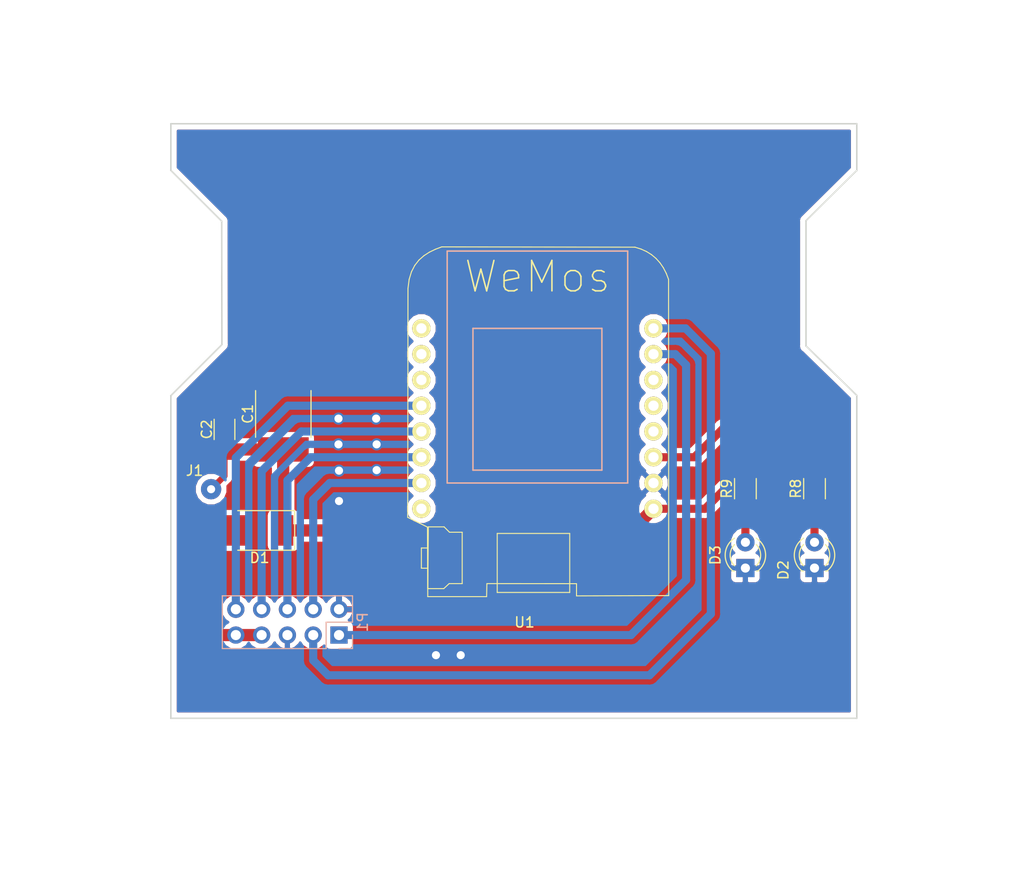
<source format=kicad_pcb>
(kicad_pcb (version 20171130) (host pcbnew 5.0.2+dfsg1-1)

  (general
    (thickness 1.6)
    (drawings 36)
    (tracks 72)
    (zones 0)
    (modules 10)
    (nets 20)
  )

  (page A4)
  (title_block
    (title "Medidor de pulsos")
    (date 2018-02-14)
    (rev 1)
  )

  (layers
    (0 F.Cu signal)
    (31 B.Cu signal)
    (32 B.Adhes user)
    (33 F.Adhes user)
    (34 B.Paste user)
    (35 F.Paste user)
    (36 B.SilkS user)
    (37 F.SilkS user)
    (38 B.Mask user)
    (39 F.Mask user)
    (40 Dwgs.User user)
    (41 Cmts.User user)
    (42 Eco1.User user)
    (43 Eco2.User user)
    (44 Edge.Cuts user hide)
    (45 Margin user)
    (46 B.CrtYd user)
    (47 F.CrtYd user)
    (48 B.Fab user)
    (49 F.Fab user)
  )

  (setup
    (last_trace_width 0.8)
    (user_trace_width 0.1)
    (user_trace_width 0.2)
    (user_trace_width 0.3)
    (user_trace_width 0.4)
    (user_trace_width 0.6)
    (user_trace_width 0.8)
    (user_trace_width 1)
    (user_trace_width 1.2)
    (trace_clearance 0.2)
    (zone_clearance 0.508)
    (zone_45_only yes)
    (trace_min 0.1)
    (segment_width 0.2)
    (edge_width 0.15)
    (via_size 1.2)
    (via_drill 0.8)
    (via_min_size 1.2)
    (via_min_drill 0.8)
    (user_via 1.2 0.8)
    (uvia_size 1.2)
    (uvia_drill 0.8)
    (uvias_allowed no)
    (uvia_min_size 0.2)
    (uvia_min_drill 0.1)
    (pcb_text_width 0.3)
    (pcb_text_size 1.5 1.5)
    (mod_edge_width 0.15)
    (mod_text_size 1 1)
    (mod_text_width 0.15)
    (pad_size 2.5 2.5)
    (pad_drill 1)
    (pad_to_mask_clearance 0.2)
    (solder_mask_min_width 0.25)
    (aux_axis_origin 0 0)
    (grid_origin 221.6404 115.9764)
    (visible_elements FFFFFFFF)
    (pcbplotparams
      (layerselection 0x3d0f0_80000001)
      (usegerberextensions false)
      (usegerberattributes false)
      (usegerberadvancedattributes false)
      (creategerberjobfile false)
      (excludeedgelayer true)
      (linewidth 0.100000)
      (plotframeref false)
      (viasonmask false)
      (mode 1)
      (useauxorigin true)
      (hpglpennumber 1)
      (hpglpenspeed 20)
      (hpglpendiameter 15.000000)
      (psnegative false)
      (psa4output false)
      (plotreference true)
      (plotvalue true)
      (plotinvisibletext false)
      (padsonsilk false)
      (subtractmaskfromsilk false)
      (outputformat 1)
      (mirror false)
      (drillshape 0)
      (scaleselection 1)
      (outputdirectory "/home/onsar/onsar_git/onsar/ecopower/hardware/iot_esp/iotesp_hardware/gerber/"))
  )

  (net 0 "")
  (net 1 GND)
  (net 2 "Net-(D2-Pad2)")
  (net 3 /vin_5v)
  (net 4 /esp_d4)
  (net 5 VCC)
  (net 6 "Net-(D3-Pad2)")
  (net 7 /esp_d6)
  (net 8 /esp_tx)
  (net 9 /esp_d5)
  (net 10 /esp_rx)
  (net 11 "Net-(U1-Pad1)")
  (net 12 "Net-(U1-Pad2)")
  (net 13 "Net-(U1-Pad8)")
  (net 14 /esp_d7)
  (net 15 /esp_d8)
  (net 16 "Net-(U1-Pad3)")
  (net 17 "Net-(U1-Pad12)")
  (net 18 "Net-(U1-Pad13)")
  (net 19 "Net-(U1-Pad14)")

  (net_class Default "This is the default net class."
    (clearance 0.2)
    (trace_width 0.8)
    (via_dia 1.2)
    (via_drill 0.8)
    (uvia_dia 1.2)
    (uvia_drill 0.8)
    (add_net /esp_d4)
    (add_net /esp_d5)
    (add_net /esp_d6)
    (add_net /esp_d7)
    (add_net /esp_d8)
    (add_net /esp_rx)
    (add_net /esp_tx)
    (add_net /vin_5v)
    (add_net GND)
    (add_net "Net-(D2-Pad2)")
    (add_net "Net-(D3-Pad2)")
    (add_net "Net-(U1-Pad1)")
    (add_net "Net-(U1-Pad12)")
    (add_net "Net-(U1-Pad13)")
    (add_net "Net-(U1-Pad14)")
    (add_net "Net-(U1-Pad2)")
    (add_net "Net-(U1-Pad3)")
    (add_net "Net-(U1-Pad8)")
    (add_net VCC)
  )

  (net_class smd ""
    (clearance 0.2)
    (trace_width 0.4)
    (via_dia 1.2)
    (via_drill 0.8)
    (uvia_dia 1.2)
    (uvia_drill 0.8)
  )

  (module Capacitors_SMD:C_1206_HandSoldering (layer F.Cu) (tedit 5ED73CAF) (tstamp 5EA174B4)
    (at 50.3428 61.468 90)
    (descr "Capacitor SMD 1206, hand soldering")
    (tags "capacitor 1206")
    (path /5EA1786D)
    (attr smd)
    (fp_text reference C2 (at 0 -1.75 90) (layer F.SilkS)
      (effects (font (size 1 1) (thickness 0.15)))
    )
    (fp_text value C (at -1.3208 2.0066 90) (layer F.Fab)
      (effects (font (size 1 1) (thickness 0.15)))
    )
    (fp_text user %R (at 0 -1.75 90) (layer F.Fab)
      (effects (font (size 1 1) (thickness 0.15)))
    )
    (fp_line (start -1.6 0.8) (end -1.6 -0.8) (layer F.Fab) (width 0.1))
    (fp_line (start 1.6 0.8) (end -1.6 0.8) (layer F.Fab) (width 0.1))
    (fp_line (start 1.6 -0.8) (end 1.6 0.8) (layer F.Fab) (width 0.1))
    (fp_line (start -1.6 -0.8) (end 1.6 -0.8) (layer F.Fab) (width 0.1))
    (fp_line (start 1 -1.02) (end -1 -1.02) (layer F.SilkS) (width 0.12))
    (fp_line (start -1 1.02) (end 1 1.02) (layer F.SilkS) (width 0.12))
    (fp_line (start -3.25 -1.05) (end 3.25 -1.05) (layer F.CrtYd) (width 0.05))
    (fp_line (start -3.25 -1.05) (end -3.25 1.05) (layer F.CrtYd) (width 0.05))
    (fp_line (start 3.25 1.05) (end 3.25 -1.05) (layer F.CrtYd) (width 0.05))
    (fp_line (start 3.25 1.05) (end -3.25 1.05) (layer F.CrtYd) (width 0.05))
    (pad 1 smd rect (at -2 0 90) (size 2 1.6) (layers F.Cu F.Paste F.Mask)
      (net 3 /vin_5v))
    (pad 2 smd rect (at 2 0 90) (size 2 1.6) (layers F.Cu F.Paste F.Mask)
      (net 1 GND))
    (model Capacitors_SMD.3dshapes/C_1206.wrl
      (at (xyz 0 0 0))
      (scale (xyz 1 1 1))
      (rotate (xyz 0 0 0))
    )
  )

  (module Diodes_SMD:D_2114 (layer F.Cu) (tedit 590CF38C) (tstamp 5EA175D7)
    (at 53.7972 71.4248 180)
    (descr "Diode SMD 2114, reflow soldering http://datasheets.avx.com/schottky.pdf")
    (tags "Diode 2114")
    (path /5D7CA61B)
    (attr smd)
    (fp_text reference D1 (at 0 -2.7 180) (layer F.SilkS)
      (effects (font (size 1 1) (thickness 0.15)))
    )
    (fp_text value Schottky (at 0 2.8 180) (layer F.Fab)
      (effects (font (size 1 1) (thickness 0.15)))
    )
    (fp_text user %R (at 0 -2.7 180) (layer F.Fab)
      (effects (font (size 1 1) (thickness 0.15)))
    )
    (fp_line (start -3.46 -1.95) (end -3.46 1.95) (layer F.SilkS) (width 0.12))
    (fp_line (start -2.6 1.8) (end -2.6 -1.8) (layer F.Fab) (width 0.1))
    (fp_line (start 2.6 -1.8) (end -2.6 -1.8) (layer F.Fab) (width 0.1))
    (fp_line (start -3.61 -2.1) (end 3.61 -2.1) (layer F.CrtYd) (width 0.05))
    (fp_line (start 3.61 -2.1) (end 3.61 2.1) (layer F.CrtYd) (width 0.05))
    (fp_line (start 3.61 2.1) (end -3.61 2.1) (layer F.CrtYd) (width 0.05))
    (fp_line (start -3.61 2.1) (end -3.61 -2.1) (layer F.CrtYd) (width 0.05))
    (fp_line (start -0.64944 0.00102) (end -1.55114 0.00102) (layer F.Fab) (width 0.1))
    (fp_line (start 0.50118 0.00102) (end 1.4994 0.00102) (layer F.Fab) (width 0.1))
    (fp_line (start -0.64944 -0.79908) (end -0.64944 0.80112) (layer F.Fab) (width 0.1))
    (fp_line (start 0.50118 0.75032) (end 0.50118 -0.79908) (layer F.Fab) (width 0.1))
    (fp_line (start -0.64944 0.00102) (end 0.50118 0.75032) (layer F.Fab) (width 0.1))
    (fp_line (start -0.64944 0.00102) (end 0.50118 -0.79908) (layer F.Fab) (width 0.1))
    (fp_line (start -3.46 1.95) (end 2.15 1.95) (layer F.SilkS) (width 0.12))
    (fp_line (start -3.46 -1.95) (end 2.15 -1.95) (layer F.SilkS) (width 0.12))
    (fp_line (start 2.6 1.8) (end -2.6 1.8) (layer F.Fab) (width 0.1))
    (fp_line (start 2.6 1.8) (end 2.6 -1.8) (layer F.Fab) (width 0.1))
    (pad 1 smd rect (at -2.325 0 180) (size 2 3) (layers F.Cu F.Paste F.Mask)
      (net 3 /vin_5v))
    (pad 2 smd rect (at 2.325 0 180) (size 2 3) (layers F.Cu F.Paste F.Mask)
      (net 5 VCC))
    (model ${KISYS3DMOD}/Diodes_SMD.3dshapes/D_2114.wrl
      (at (xyz 0 0 0))
      (scale (xyz 1 1 1))
      (rotate (xyz 0 0 0))
    )
  )

  (module oscar_libreria:Pin_Header_Straight_2x05_Pitch2.54mm_onsar (layer B.Cu) (tedit 5ED73D02) (tstamp 5DEC0526)
    (at 61.6204 81.7372 90)
    (descr "Through hole straight pin header, 2x05, 2.54mm pitch, double rows")
    (tags "Through hole pin header THT 2x05 2.54mm double row")
    (path /5D78B836)
    (fp_text reference P1 (at 1.27 2.33 90) (layer B.SilkS)
      (effects (font (size 1 1) (thickness 0.15)) (justify mirror))
    )
    (fp_text value CONN_02X05 (at 4.445 -4.445) (layer B.Fab)
      (effects (font (size 1 1) (thickness 0.15)) (justify mirror))
    )
    (fp_line (start 5.715 3.81) (end -3.175 3.81) (layer B.CrtYd) (width 0.15))
    (fp_line (start -3.175 3.81) (end -3.175 -13.97) (layer B.CrtYd) (width 0.15))
    (fp_line (start -3.175 -13.97) (end 5.715 -13.97) (layer B.CrtYd) (width 0.15))
    (fp_line (start 5.715 -13.97) (end 5.715 3.81) (layer B.CrtYd) (width 0.15))
    (fp_line (start 0 1.27) (end 3.81 1.27) (layer B.Fab) (width 0.1))
    (fp_line (start 3.81 1.27) (end 3.81 -11.43) (layer B.Fab) (width 0.1))
    (fp_line (start 3.81 -11.43) (end -1.27 -11.43) (layer B.Fab) (width 0.1))
    (fp_line (start -1.27 -11.43) (end -1.27 0) (layer B.Fab) (width 0.1))
    (fp_line (start -1.27 0) (end 0 1.27) (layer B.Fab) (width 0.1))
    (fp_line (start -1.33 -11.49) (end 3.87 -11.49) (layer B.SilkS) (width 0.12))
    (fp_line (start -1.33 -1.27) (end -1.33 -11.49) (layer B.SilkS) (width 0.12))
    (fp_line (start 3.87 1.33) (end 3.87 -11.49) (layer B.SilkS) (width 0.12))
    (fp_line (start -1.33 -1.27) (end 1.27 -1.27) (layer B.SilkS) (width 0.12))
    (fp_line (start 1.27 -1.27) (end 1.27 1.33) (layer B.SilkS) (width 0.12))
    (fp_line (start 1.27 1.33) (end 3.87 1.33) (layer B.SilkS) (width 0.12))
    (fp_line (start -1.33 0) (end -1.33 1.33) (layer B.SilkS) (width 0.12))
    (fp_line (start -1.33 1.33) (end 0 1.33) (layer B.SilkS) (width 0.12))
    (fp_text user %R (at -2.3622 -0.762) (layer B.Fab)
      (effects (font (size 1 1) (thickness 0.15)) (justify mirror))
    )
    (pad 1 thru_hole rect (at 0 0 90) (size 1.7 1.7) (drill 1) (layers *.Cu *.Mask)
      (net 10 /esp_rx))
    (pad 2 thru_hole oval (at 2.54 0 90) (size 1.7 1.7) (drill 1) (layers *.Cu *.Mask)
      (net 1 GND))
    (pad 3 thru_hole oval (at 0 -2.54 90) (size 1.7 1.7) (drill 1) (layers *.Cu *.Mask)
      (net 8 /esp_tx))
    (pad 4 thru_hole oval (at 2.54 -2.54 90) (size 1.7 1.7) (drill 1) (layers *.Cu *.Mask)
      (net 15 /esp_d8))
    (pad 5 thru_hole oval (at 0 -5.08 90) (size 1.7 1.7) (drill 1) (layers *.Cu *.Mask)
      (net 1 GND))
    (pad 6 thru_hole oval (at 2.54 -5.08 90) (size 1.7 1.7) (drill 1) (layers *.Cu *.Mask)
      (net 14 /esp_d7))
    (pad 7 thru_hole oval (at 0 -7.62 90) (size 1.7 1.7) (drill 1) (layers *.Cu *.Mask)
      (net 5 VCC))
    (pad 8 thru_hole oval (at 2.54 -7.62 90) (size 1.7 1.7) (drill 1) (layers *.Cu *.Mask)
      (net 7 /esp_d6))
    (pad 9 thru_hole oval (at 0 -10.16 90) (size 1.7 1.7) (drill 1) (layers *.Cu *.Mask)
      (net 5 VCC))
    (pad 10 thru_hole oval (at 2.54 -10.16 90) (size 1.7 1.7) (drill 1) (layers *.Cu *.Mask)
      (net 9 /esp_d5))
    (model ${KISYS3DMOD}/Pin_Headers.3dshapes/Pin_Header_Straight_2x05_Pitch2.54mm.wrl
      (at (xyz 0 0 0))
      (scale (xyz 1 1 1))
      (rotate (xyz 0 0 0))
    )
  )

  (module LEDs:LED_D3.0mm (layer F.Cu) (tedit 5ED73D30) (tstamp 5DEC050D)
    (at 108.458 75.1332 90)
    (descr "LED, diameter 3.0mm, 2 pins")
    (tags "LED diameter 3.0mm 2 pins")
    (path /5A83FD4B)
    (fp_text reference D2 (at -0.2032 -3.0734 90) (layer F.SilkS)
      (effects (font (size 1 1) (thickness 0.15)))
    )
    (fp_text value LED (at 1.27 2.96 90) (layer F.Fab)
      (effects (font (size 1 1) (thickness 0.15)))
    )
    (fp_arc (start 1.27 0) (end -0.23 -1.16619) (angle 284.3) (layer F.Fab) (width 0.1))
    (fp_arc (start 1.27 0) (end -0.29 -1.235516) (angle 108.8) (layer F.SilkS) (width 0.12))
    (fp_arc (start 1.27 0) (end -0.29 1.235516) (angle -108.8) (layer F.SilkS) (width 0.12))
    (fp_arc (start 1.27 0) (end 0.229039 -1.08) (angle 87.9) (layer F.SilkS) (width 0.12))
    (fp_arc (start 1.27 0) (end 0.229039 1.08) (angle -87.9) (layer F.SilkS) (width 0.12))
    (fp_circle (center 1.27 0) (end 2.77 0) (layer F.Fab) (width 0.1))
    (fp_line (start -0.23 -1.16619) (end -0.23 1.16619) (layer F.Fab) (width 0.1))
    (fp_line (start -0.29 -1.236) (end -0.29 -1.08) (layer F.SilkS) (width 0.12))
    (fp_line (start -0.29 1.08) (end -0.29 1.236) (layer F.SilkS) (width 0.12))
    (fp_line (start -1.15 -2.25) (end -1.15 2.25) (layer F.CrtYd) (width 0.05))
    (fp_line (start -1.15 2.25) (end 3.7 2.25) (layer F.CrtYd) (width 0.05))
    (fp_line (start 3.7 2.25) (end 3.7 -2.25) (layer F.CrtYd) (width 0.05))
    (fp_line (start 3.7 -2.25) (end -1.15 -2.25) (layer F.CrtYd) (width 0.05))
    (pad 1 thru_hole rect (at 0 0 90) (size 1.8 1.8) (drill 0.9) (layers *.Cu *.Mask)
      (net 1 GND))
    (pad 2 thru_hole circle (at 2.54 0 90) (size 1.8 1.8) (drill 0.9) (layers *.Cu *.Mask)
      (net 2 "Net-(D2-Pad2)"))
    (model ${KISYS3DMOD}/LEDs.3dshapes/LED_D3.0mm.wrl
      (at (xyz 0 0 0))
      (scale (xyz 0.393701 0.393701 0.393701))
      (rotate (xyz 0 0 0))
    )
  )

  (module LEDs:LED_D3.0mm (layer F.Cu) (tedit 5ED73D2C) (tstamp 5DEC0513)
    (at 101.6508 75.1332 90)
    (descr "LED, diameter 3.0mm, 2 pins")
    (tags "LED diameter 3.0mm 2 pins")
    (path /5A83FF0F)
    (fp_text reference D3 (at 1.27 -2.96 90) (layer F.SilkS)
      (effects (font (size 1 1) (thickness 0.15)))
    )
    (fp_text value LED (at 2.6924 2.8448 90) (layer F.Fab)
      (effects (font (size 1 1) (thickness 0.15)))
    )
    (fp_arc (start 1.27 0) (end -0.23 -1.16619) (angle 284.3) (layer F.Fab) (width 0.1))
    (fp_arc (start 1.27 0) (end -0.29 -1.235516) (angle 108.8) (layer F.SilkS) (width 0.12))
    (fp_arc (start 1.27 0) (end -0.29 1.235516) (angle -108.8) (layer F.SilkS) (width 0.12))
    (fp_arc (start 1.27 0) (end 0.229039 -1.08) (angle 87.9) (layer F.SilkS) (width 0.12))
    (fp_arc (start 1.27 0) (end 0.229039 1.08) (angle -87.9) (layer F.SilkS) (width 0.12))
    (fp_circle (center 1.27 0) (end 2.77 0) (layer F.Fab) (width 0.1))
    (fp_line (start -0.23 -1.16619) (end -0.23 1.16619) (layer F.Fab) (width 0.1))
    (fp_line (start -0.29 -1.236) (end -0.29 -1.08) (layer F.SilkS) (width 0.12))
    (fp_line (start -0.29 1.08) (end -0.29 1.236) (layer F.SilkS) (width 0.12))
    (fp_line (start -1.15 -2.25) (end -1.15 2.25) (layer F.CrtYd) (width 0.05))
    (fp_line (start -1.15 2.25) (end 3.7 2.25) (layer F.CrtYd) (width 0.05))
    (fp_line (start 3.7 2.25) (end 3.7 -2.25) (layer F.CrtYd) (width 0.05))
    (fp_line (start 3.7 -2.25) (end -1.15 -2.25) (layer F.CrtYd) (width 0.05))
    (pad 1 thru_hole rect (at 0 0 90) (size 1.8 1.8) (drill 0.9) (layers *.Cu *.Mask)
      (net 1 GND))
    (pad 2 thru_hole circle (at 2.54 0 90) (size 1.8 1.8) (drill 0.9) (layers *.Cu *.Mask)
      (net 6 "Net-(D3-Pad2)"))
    (model ${KISYS3DMOD}/LEDs.3dshapes/LED_D3.0mm.wrl
      (at (xyz 0 0 0))
      (scale (xyz 0.393701 0.393701 0.393701))
      (rotate (xyz 0 0 0))
    )
  )

  (module Wire_Pads:SolderWirePad_single_0-8mmDrill (layer F.Cu) (tedit 5ED73CCF) (tstamp 5DEC0518)
    (at 49.022 67.3608)
    (path /5D7CA38F)
    (fp_text reference J1 (at -1.6256 -1.8288) (layer F.SilkS)
      (effects (font (size 1 1) (thickness 0.15)))
    )
    (fp_text value Test (at -1.1938 2.1336) (layer F.Fab)
      (effects (font (size 1 1) (thickness 0.15)))
    )
    (pad 1 thru_hole circle (at 0 0) (size 1.99898 1.99898) (drill 0.8001) (layers *.Cu *.Mask)
      (net 3 /vin_5v))
  )

  (module libreria_huellas_proyecto:D1_mini_board_oscar (layer F.Cu) (tedit 5ED73D0F) (tstamp 5DEC0A48)
    (at 81.6864 59.5376)
    (path /5ABA378E)
    (fp_text reference U1 (at -1.7907 20.9436) (layer F.SilkS)
      (effects (font (size 1 1) (thickness 0.15)))
    )
    (fp_text value WeMos_mini (at -1.7018 -18.5674) (layer F.Fab)
      (effects (font (size 1 1) (thickness 0.15)))
    )
    (fp_text user WeMos (at -0.5207 -13.1064) (layer F.SilkS)
      (effects (font (size 3 3) (thickness 0.15)))
    )
    (fp_line (start 5.8293 5.9436) (end 5.8293 -8.0264) (layer B.SilkS) (width 0.15))
    (fp_line (start 5.8293 -8.0264) (end -6.8707 -8.0264) (layer B.SilkS) (width 0.15))
    (fp_line (start -6.8707 -8.0264) (end -6.8707 5.9436) (layer B.SilkS) (width 0.15))
    (fp_line (start -6.8707 5.9436) (end 5.8293 5.9436) (layer B.SilkS) (width 0.15))
    (fp_line (start 8.3693 7.2136) (end -9.4107 7.2136) (layer B.SilkS) (width 0.15))
    (fp_line (start -9.4107 7.2136) (end -9.4107 -15.6464) (layer B.SilkS) (width 0.15))
    (fp_line (start -9.4107 -15.6464) (end 8.3693 -15.6464) (layer B.SilkS) (width 0.15))
    (fp_line (start 8.3693 -15.6464) (end 8.3693 7.2136) (layer B.SilkS) (width 0.15))
    (fp_line (start -11.338172 18.410828) (end -5.52688 18.410828) (layer F.SilkS) (width 0.1))
    (fp_line (start -5.52688 18.410828) (end -5.500549 17.127395) (layer F.SilkS) (width 0.1))
    (fp_line (start -5.500549 17.127395) (end 3.330673 17.134083) (layer F.SilkS) (width 0.1))
    (fp_line (start 3.330673 17.134083) (end 3.328697 18.336336) (layer F.SilkS) (width 0.1))
    (fp_line (start 3.328697 18.336336) (end 12.409493 18.310258) (layer F.SilkS) (width 0.1))
    (fp_line (start 12.409493 18.310258) (end 12.395495 -12.859893) (layer F.SilkS) (width 0.1))
    (fp_line (start 12.395495 -12.859893) (end 12.162684 -13.462686) (layer F.SilkS) (width 0.1))
    (fp_line (start 12.162684 -13.462686) (end 11.879201 -14.007567) (layer F.SilkS) (width 0.1))
    (fp_line (start 11.879201 -14.007567) (end 11.544553 -14.493977) (layer F.SilkS) (width 0.1))
    (fp_line (start 11.544553 -14.493977) (end 11.158253 -14.921352) (layer F.SilkS) (width 0.1))
    (fp_line (start 11.158253 -14.921352) (end 10.719812 -15.289141) (layer F.SilkS) (width 0.1))
    (fp_line (start 10.719812 -15.289141) (end 10.22874 -15.596777) (layer F.SilkS) (width 0.1))
    (fp_line (start 10.22874 -15.596777) (end 9.68455 -15.84371) (layer F.SilkS) (width 0.1))
    (fp_line (start 9.68455 -15.84371) (end 9.086753 -16.029376) (layer F.SilkS) (width 0.1))
    (fp_line (start 9.086753 -16.029376) (end -9.95116 -16.058134) (layer F.SilkS) (width 0.1))
    (fp_line (start -9.95116 -16.058134) (end -10.570524 -15.824141) (layer F.SilkS) (width 0.1))
    (fp_line (start -10.570524 -15.824141) (end -11.158718 -15.539658) (layer F.SilkS) (width 0.1))
    (fp_line (start -11.158718 -15.539658) (end -11.702145 -15.190143) (layer F.SilkS) (width 0.1))
    (fp_line (start -11.702145 -15.190143) (end -12.187203 -14.761058) (layer F.SilkS) (width 0.1))
    (fp_line (start -12.187203 -14.761058) (end -12.600295 -14.23786) (layer F.SilkS) (width 0.1))
    (fp_line (start -12.600295 -14.23786) (end -12.927822 -13.606013) (layer F.SilkS) (width 0.1))
    (fp_line (start -12.927822 -13.606013) (end -13.156182 -12.850975) (layer F.SilkS) (width 0.1))
    (fp_line (start -13.156182 -12.850975) (end -13.271778 -11.958207) (layer F.SilkS) (width 0.1))
    (fp_line (start -13.271778 -11.958207) (end -13.296726 10.596885) (layer F.SilkS) (width 0.1))
    (fp_line (start -13.296726 10.596885) (end -11.35318 11.557781) (layer F.SilkS) (width 0.1))
    (fp_line (start -11.35318 11.557781) (end -11.323386 18.366124) (layer F.SilkS) (width 0.1))
    (fp_line (start 2.65895 12.185051) (end -4.480631 12.185051) (layer F.SilkS) (width 0.1))
    (fp_line (start -4.480631 12.185051) (end -4.480631 17.998788) (layer F.SilkS) (width 0.1))
    (fp_line (start -4.480631 17.998788) (end 2.65895 17.998788) (layer F.SilkS) (width 0.1))
    (fp_line (start 2.65895 17.998788) (end 2.65895 12.185051) (layer F.SilkS) (width 0.1))
    (fp_line (start -11.2643 11.535949) (end -9.712078 11.535949) (layer F.SilkS) (width 0.1))
    (fp_line (start -9.712078 11.535949) (end -9.182911 12.065115) (layer F.SilkS) (width 0.1))
    (fp_line (start -9.182911 12.065115) (end -7.93055 12.065115) (layer F.SilkS) (width 0.1))
    (fp_line (start -7.93055 12.065115) (end -7.93055 17.127476) (layer F.SilkS) (width 0.1))
    (fp_line (start -7.93055 17.127476) (end -9.218189 17.127476) (layer F.SilkS) (width 0.1))
    (fp_line (start -9.218189 17.127476) (end -9.747356 17.621365) (layer F.SilkS) (width 0.1))
    (fp_line (start -9.747356 17.621365) (end -11.317217 17.621365) (layer F.SilkS) (width 0.1))
    (fp_line (start -11.317217 17.621365) (end -11.2643 11.535949) (layer F.SilkS) (width 0.1))
    (fp_line (start -11.299578 13.617338) (end -11.952217 13.617338) (layer F.SilkS) (width 0.1))
    (fp_line (start -11.952217 13.617338) (end -11.952217 15.610532) (layer F.SilkS) (width 0.1))
    (fp_line (start -11.952217 15.610532) (end -11.334856 15.610532) (layer F.SilkS) (width 0.1))
    (pad 1 thru_hole circle (at -11.9507 -8.0264) (size 1.8 1.8) (drill 1.016) (layers *.Cu *.Mask F.SilkS)
      (net 11 "Net-(U1-Pad1)"))
    (pad 2 thru_hole circle (at -11.9507 -5.4864) (size 1.8 1.8) (drill 1.016) (layers *.Cu *.Mask F.SilkS)
      (net 12 "Net-(U1-Pad2)"))
    (pad 3 thru_hole circle (at -11.9507 -2.9464) (size 1.8 1.8) (drill 1.016) (layers *.Cu *.Mask F.SilkS)
      (net 16 "Net-(U1-Pad3)"))
    (pad 4 thru_hole circle (at -11.9507 -0.4064) (size 1.8 1.8) (drill 1.016) (layers *.Cu *.Mask F.SilkS)
      (net 9 /esp_d5))
    (pad 5 thru_hole circle (at -11.9507 2.1336) (size 1.8 1.8) (drill 1.016) (layers *.Cu *.Mask F.SilkS)
      (net 7 /esp_d6))
    (pad 6 thru_hole circle (at -11.9507 4.6736) (size 1.8 1.8) (drill 1.016) (layers *.Cu *.Mask F.SilkS)
      (net 14 /esp_d7))
    (pad 7 thru_hole circle (at -11.9507 7.2136) (size 1.8 1.8) (drill 1.016) (layers *.Cu *.Mask F.SilkS)
      (net 15 /esp_d8))
    (pad 8 thru_hole circle (at -11.9507 9.7536) (size 1.8 1.8) (drill 1.016) (layers *.Cu *.Mask F.SilkS)
      (net 13 "Net-(U1-Pad8)"))
    (pad 9 thru_hole circle (at 10.9093 9.7536) (size 1.8 1.8) (drill 1.016) (layers *.Cu *.Mask F.SilkS)
      (net 3 /vin_5v))
    (pad 10 thru_hole circle (at 10.9093 7.2136) (size 1.8 1.8) (drill 1.016) (layers *.Cu *.Mask F.SilkS)
      (net 1 GND))
    (pad 11 thru_hole circle (at 10.9093 4.6736) (size 1.8 1.8) (drill 1.016) (layers *.Cu *.Mask F.SilkS)
      (net 4 /esp_d4))
    (pad 12 thru_hole circle (at 10.9093 2.1336) (size 1.8 1.8) (drill 1.016) (layers *.Cu *.Mask F.SilkS)
      (net 17 "Net-(U1-Pad12)"))
    (pad 13 thru_hole circle (at 10.9093 -0.4064) (size 1.8 1.8) (drill 1.016) (layers *.Cu *.Mask F.SilkS)
      (net 18 "Net-(U1-Pad13)"))
    (pad 14 thru_hole circle (at 10.9093 -2.9464) (size 1.8 1.8) (drill 1.016) (layers *.Cu *.Mask F.SilkS)
      (net 19 "Net-(U1-Pad14)"))
    (pad 15 thru_hole circle (at 10.9093 -5.4864) (size 1.8 1.8) (drill 1.016) (layers *.Cu *.Mask F.SilkS)
      (net 10 /esp_rx))
    (pad 16 thru_hole circle (at 10.9093 -8.0264) (size 1.8 1.8) (drill 1.016) (layers *.Cu *.Mask F.SilkS)
      (net 8 /esp_tx))
  )

  (module Resistors_SMD:R_1206_HandSoldering (layer F.Cu) (tedit 58E0A804) (tstamp 5DEC0CBC)
    (at 108.458 67.31 90)
    (descr "Resistor SMD 1206, hand soldering")
    (tags "resistor 1206")
    (path /5A858C9F)
    (attr smd)
    (fp_text reference R8 (at 0 -1.85 90) (layer F.SilkS)
      (effects (font (size 1 1) (thickness 0.15)))
    )
    (fp_text value 220 (at 0 1.9 90) (layer F.Fab)
      (effects (font (size 1 1) (thickness 0.15)))
    )
    (fp_text user %R (at 0 0 90) (layer F.Fab)
      (effects (font (size 0.7 0.7) (thickness 0.105)))
    )
    (fp_line (start -1.6 0.8) (end -1.6 -0.8) (layer F.Fab) (width 0.1))
    (fp_line (start 1.6 0.8) (end -1.6 0.8) (layer F.Fab) (width 0.1))
    (fp_line (start 1.6 -0.8) (end 1.6 0.8) (layer F.Fab) (width 0.1))
    (fp_line (start -1.6 -0.8) (end 1.6 -0.8) (layer F.Fab) (width 0.1))
    (fp_line (start 1 1.07) (end -1 1.07) (layer F.SilkS) (width 0.12))
    (fp_line (start -1 -1.07) (end 1 -1.07) (layer F.SilkS) (width 0.12))
    (fp_line (start -3.25 -1.11) (end 3.25 -1.11) (layer F.CrtYd) (width 0.05))
    (fp_line (start -3.25 -1.11) (end -3.25 1.1) (layer F.CrtYd) (width 0.05))
    (fp_line (start 3.25 1.1) (end 3.25 -1.11) (layer F.CrtYd) (width 0.05))
    (fp_line (start 3.25 1.1) (end -3.25 1.1) (layer F.CrtYd) (width 0.05))
    (pad 1 smd rect (at -2 0 90) (size 2 1.7) (layers F.Cu F.Paste F.Mask)
      (net 2 "Net-(D2-Pad2)"))
    (pad 2 smd rect (at 2 0 90) (size 2 1.7) (layers F.Cu F.Paste F.Mask)
      (net 4 /esp_d4))
    (model ${KISYS3DMOD}/Resistors_SMD.3dshapes/R_1206.wrl
      (at (xyz 0 0 0))
      (scale (xyz 1 1 1))
      (rotate (xyz 0 0 0))
    )
  )

  (module Resistors_SMD:R_1206_HandSoldering (layer F.Cu) (tedit 58E0A804) (tstamp 5DEC0CC2)
    (at 101.6508 67.31 90)
    (descr "Resistor SMD 1206, hand soldering")
    (tags "resistor 1206")
    (path /5A858B7F)
    (attr smd)
    (fp_text reference R9 (at 0 -1.85 90) (layer F.SilkS)
      (effects (font (size 1 1) (thickness 0.15)))
    )
    (fp_text value 220 (at 0 1.9 90) (layer F.Fab)
      (effects (font (size 1 1) (thickness 0.15)))
    )
    (fp_text user %R (at 0 0 90) (layer F.Fab)
      (effects (font (size 0.7 0.7) (thickness 0.105)))
    )
    (fp_line (start -1.6 0.8) (end -1.6 -0.8) (layer F.Fab) (width 0.1))
    (fp_line (start 1.6 0.8) (end -1.6 0.8) (layer F.Fab) (width 0.1))
    (fp_line (start 1.6 -0.8) (end 1.6 0.8) (layer F.Fab) (width 0.1))
    (fp_line (start -1.6 -0.8) (end 1.6 -0.8) (layer F.Fab) (width 0.1))
    (fp_line (start 1 1.07) (end -1 1.07) (layer F.SilkS) (width 0.12))
    (fp_line (start -1 -1.07) (end 1 -1.07) (layer F.SilkS) (width 0.12))
    (fp_line (start -3.25 -1.11) (end 3.25 -1.11) (layer F.CrtYd) (width 0.05))
    (fp_line (start -3.25 -1.11) (end -3.25 1.1) (layer F.CrtYd) (width 0.05))
    (fp_line (start 3.25 1.1) (end 3.25 -1.11) (layer F.CrtYd) (width 0.05))
    (fp_line (start 3.25 1.1) (end -3.25 1.1) (layer F.CrtYd) (width 0.05))
    (pad 1 smd rect (at -2 0 90) (size 2 1.7) (layers F.Cu F.Paste F.Mask)
      (net 6 "Net-(D3-Pad2)"))
    (pad 2 smd rect (at 2 0 90) (size 2 1.7) (layers F.Cu F.Paste F.Mask)
      (net 3 /vin_5v))
    (model ${KISYS3DMOD}/Resistors_SMD.3dshapes/R_1206.wrl
      (at (xyz 0 0 0))
      (scale (xyz 1 1 1))
      (rotate (xyz 0 0 0))
    )
  )

  (module Capacitors_SMD:C_2220_HandSoldering (layer F.Cu) (tedit 58AA857D) (tstamp 5EA151B9)
    (at 56.134 59.944 90)
    (descr "Capacitor SMD 2220, hand soldering")
    (tags "capacitor 2220")
    (path /5EA14E3D)
    (attr smd)
    (fp_text reference C1 (at 0 -3.5 90) (layer F.SilkS)
      (effects (font (size 1 1) (thickness 0.15)))
    )
    (fp_text value CP1 (at 0 3.75 90) (layer F.Fab)
      (effects (font (size 1 1) (thickness 0.15)))
    )
    (fp_text user %R (at 0 -3.5 90) (layer F.Fab)
      (effects (font (size 1 1) (thickness 0.15)))
    )
    (fp_line (start -2.75 2.5) (end -2.75 -2.5) (layer F.Fab) (width 0.1))
    (fp_line (start 2.75 2.5) (end -2.75 2.5) (layer F.Fab) (width 0.1))
    (fp_line (start 2.75 -2.5) (end 2.75 2.5) (layer F.Fab) (width 0.1))
    (fp_line (start -2.75 -2.5) (end 2.75 -2.5) (layer F.Fab) (width 0.1))
    (fp_line (start 2.3 -2.73) (end -2.3 -2.73) (layer F.SilkS) (width 0.12))
    (fp_line (start -2.3 2.73) (end 2.3 2.73) (layer F.SilkS) (width 0.12))
    (fp_line (start -4.95 -2.75) (end 4.95 -2.75) (layer F.CrtYd) (width 0.05))
    (fp_line (start -4.95 -2.75) (end -4.95 2.75) (layer F.CrtYd) (width 0.05))
    (fp_line (start 4.95 2.75) (end 4.95 -2.75) (layer F.CrtYd) (width 0.05))
    (fp_line (start 4.95 2.75) (end -4.95 2.75) (layer F.CrtYd) (width 0.05))
    (pad 1 smd rect (at -3.5 0 90) (size 2.4 5) (layers F.Cu F.Paste F.Mask)
      (net 3 /vin_5v))
    (pad 2 smd rect (at 3.5 0 90) (size 2.4 5) (layers F.Cu F.Paste F.Mask)
      (net 1 GND))
    (model Capacitors_SMD.3dshapes/C_2220.wrl
      (at (xyz 0 0 0))
      (scale (xyz 1 1 1))
      (rotate (xyz 0 0 0))
    )
  )

  (gr_line (start 112.6236 58.1152) (end 107.6198 53.2384) (layer Edge.Cuts) (width 0.15))
  (gr_line (start 107.6198 40.9194) (end 107.6198 53.2638) (layer Edge.Cuts) (width 0.15))
  (gr_line (start 50.0888 53.1114) (end 45.0596 58.1406) (layer Edge.Cuts) (width 0.15))
  (gr_line (start 50.0634 40.9448) (end 50.0888 53.086) (layer Edge.Cuts) (width 0.15))
  (gr_line (start 50.038 40.9194) (end 107.5436 40.9194) (layer Dwgs.User) (width 0.2))
  (gr_line (start 50.0634 53.2384) (end 107.5944 53.2638) (layer Dwgs.User) (width 0.2))
  (gr_line (start 45.0596 35.941) (end 50.0634 40.9448) (layer Edge.Cuts) (width 0.15))
  (gr_line (start 112.6236 35.941) (end 107.6198 40.894) (layer Edge.Cuts) (width 0.15))
  (gr_line (start 45.0596 89.9414) (end 112.6236 89.9414) (layer Edge.Cuts) (width 0.15))
  (gr_line (start 45.0596 58.1406) (end 45.0596 89.9414) (layer Edge.Cuts) (width 0.15))
  (gr_line (start 45.0596 31.3436) (end 45.0596 35.941) (layer Edge.Cuts) (width 0.15))
  (gr_line (start 112.6236 31.3436) (end 45.0596 31.3436) (layer Edge.Cuts) (width 0.15))
  (gr_line (start 112.6236 35.9664) (end 112.6236 31.3436) (layer Edge.Cuts) (width 0.15))
  (gr_line (start 112.6236 89.916) (end 112.6236 58.1406) (layer Edge.Cuts) (width 0.15))
  (gr_line (start 34.9504 35.9664) (end 126.3904 35.9664) (layer Dwgs.User) (width 0.2))
  (gr_line (start 33.6804 58.1279) (end 127.5969 58.1279) (layer Dwgs.User) (width 0.2))
  (dimension 5.0038 (width 0.3) (layer Dwgs.User)
    (gr_text "5,004 mm" (at 110.1217 21.002) (layer Dwgs.User)
      (effects (font (size 1.5 1.5) (thickness 0.3)))
    )
    (feature1 (pts (xy 107.6198 43.0276) (xy 107.6198 19.652)))
    (feature2 (pts (xy 112.6236 43.0276) (xy 112.6236 19.652)))
    (crossbar (pts (xy 112.6236 22.352) (xy 107.6198 22.352)))
    (arrow1a (pts (xy 107.6198 22.352) (xy 108.746304 21.765579)))
    (arrow1b (pts (xy 107.6198 22.352) (xy 108.746304 22.938421)))
    (arrow2a (pts (xy 112.6236 22.352) (xy 111.497096 21.765579)))
    (arrow2b (pts (xy 112.6236 22.352) (xy 111.497096 22.938421)))
  )
  (dimension 5.0038 (width 0.3) (layer Dwgs.User)
    (gr_text "5,004 mm" (at 47.5615 21.5354) (layer Dwgs.User)
      (effects (font (size 1.5 1.5) (thickness 0.3)))
    )
    (feature1 (pts (xy 50.0634 43.0276) (xy 50.0634 20.1854)))
    (feature2 (pts (xy 45.0596 43.0276) (xy 45.0596 20.1854)))
    (crossbar (pts (xy 45.0596 22.8854) (xy 50.0634 22.8854)))
    (arrow1a (pts (xy 50.0634 22.8854) (xy 48.936896 23.471821)))
    (arrow1b (pts (xy 50.0634 22.8854) (xy 48.936896 22.298979)))
    (arrow2a (pts (xy 45.0596 22.8854) (xy 46.186104 23.471821)))
    (arrow2b (pts (xy 45.0596 22.8854) (xy 46.186104 22.298979)))
  )
  (dimension 6.3754 (width 0.3) (layer Dwgs.User)
    (gr_text "6,375 mm" (at 48.2727 97.9208) (layer Dwgs.User)
      (effects (font (size 1.5 1.5) (thickness 0.3)))
    )
    (feature1 (pts (xy 45.085 81.7372) (xy 45.085 99.2708)))
    (feature2 (pts (xy 51.4604 81.7372) (xy 51.4604 99.2708)))
    (crossbar (pts (xy 51.4604 96.5708) (xy 45.085 96.5708)))
    (arrow1a (pts (xy 45.085 96.5708) (xy 46.211504 95.984379)))
    (arrow1b (pts (xy 45.085 96.5708) (xy 46.211504 97.157221)))
    (arrow2a (pts (xy 51.4604 96.5708) (xy 50.333896 95.984379)))
    (arrow2b (pts (xy 51.4604 96.5708) (xy 50.333896 97.157221)))
  )
  (dimension 11.0236 (width 0.3) (layer Dwgs.User)
    (gr_text "11,024 mm" (at 107.1626 85.0176) (layer Dwgs.User)
      (effects (font (size 1.5 1.5) (thickness 0.3)))
    )
    (feature1 (pts (xy 101.6508 73.9648) (xy 101.6508 86.3676)))
    (feature2 (pts (xy 112.6744 73.9648) (xy 112.6744 86.3676)))
    (crossbar (pts (xy 112.6744 83.6676) (xy 101.6508 83.6676)))
    (arrow1a (pts (xy 101.6508 83.6676) (xy 102.777304 83.081179)))
    (arrow1b (pts (xy 101.6508 83.6676) (xy 102.777304 84.254021)))
    (arrow2a (pts (xy 112.6744 83.6676) (xy 111.547896 83.081179)))
    (arrow2b (pts (xy 112.6744 83.6676) (xy 111.547896 84.254021)))
  )
  (dimension 4.064 (width 0.3) (layer Dwgs.User)
    (gr_text "4,064 mm" (at 110.5916 80.9536) (layer Dwgs.User)
      (effects (font (size 1.5 1.5) (thickness 0.3)))
    )
    (feature1 (pts (xy 108.5596 71.0692) (xy 108.5596 82.3036)))
    (feature2 (pts (xy 112.6236 71.0692) (xy 112.6236 82.3036)))
    (crossbar (pts (xy 112.6236 79.6036) (xy 108.5596 79.6036)))
    (arrow1a (pts (xy 108.5596 79.6036) (xy 109.686104 79.017179)))
    (arrow1b (pts (xy 108.5596 79.6036) (xy 109.686104 80.190021)))
    (arrow2a (pts (xy 112.6236 79.6036) (xy 111.497096 79.017179)))
    (arrow2b (pts (xy 112.6236 79.6036) (xy 111.497096 80.190021)))
  )
  (dimension 16.002 (width 0.3) (layer Dwgs.User)
    (gr_text "16,002 mm" (at 126.4196 81.915 90) (layer Dwgs.User)
      (effects (font (size 1.5 1.5) (thickness 0.3)))
    )
    (feature1 (pts (xy 101.854 73.914) (xy 127.7696 73.914)))
    (feature2 (pts (xy 101.854 89.916) (xy 127.7696 89.916)))
    (crossbar (pts (xy 125.0696 89.916) (xy 125.0696 73.914)))
    (arrow1a (pts (xy 125.0696 73.914) (xy 125.656021 75.040504)))
    (arrow1b (pts (xy 125.0696 73.914) (xy 124.483179 75.040504)))
    (arrow2a (pts (xy 125.0696 89.916) (xy 125.656021 88.789496)))
    (arrow2b (pts (xy 125.0696 89.916) (xy 124.483179 88.789496)))
  )
  (gr_line (start 128.3208 78.232) (end 128.3208 78.2828) (angle 90) (layer Dwgs.User) (width 0.2))
  (gr_line (start 45.0596 78.232) (end 128.3208 78.232) (angle 90) (layer Dwgs.User) (width 0.2))
  (dimension 17.6276 (width 0.3) (layer Dwgs.User)
    (gr_text "17,628 mm" (at 40.1536 69.469 270) (layer Dwgs.User)
      (effects (font (size 1.5 1.5) (thickness 0.3)))
    )
    (feature1 (pts (xy 45.0596 78.2828) (xy 38.8036 78.2828)))
    (feature2 (pts (xy 45.0596 60.6552) (xy 38.8036 60.6552)))
    (crossbar (pts (xy 41.5036 60.6552) (xy 41.5036 78.2828)))
    (arrow1a (pts (xy 41.5036 78.2828) (xy 40.917179 77.156296)))
    (arrow1b (pts (xy 41.5036 78.2828) (xy 42.090021 77.156296)))
    (arrow2a (pts (xy 41.5036 60.6552) (xy 40.917179 61.781704)))
    (arrow2b (pts (xy 41.5036 60.6552) (xy 42.090021 61.781704)))
  )
  (dimension 17.627673 (width 0.3) (layer Dwgs.User)
    (gr_text "17,628 mm" (at 40.126625 51.82711 89.83488294) (layer Dwgs.User)
      (effects (font (size 1.5 1.5) (thickness 0.3)))
    )
    (feature1 (pts (xy 45.1104 43.0276) (xy 38.802031 43.00942)))
    (feature2 (pts (xy 45.0596 60.6552) (xy 38.751231 60.63702)))
    (crossbar (pts (xy 41.45122 60.644801) (xy 41.50202 43.017201)))
    (arrow1a (pts (xy 41.50202 43.017201) (xy 42.085192 44.14539)))
    (arrow1b (pts (xy 41.50202 43.017201) (xy 40.912355 44.14201)))
    (arrow2a (pts (xy 41.45122 60.644801) (xy 42.040885 59.519992)))
    (arrow2b (pts (xy 41.45122 60.644801) (xy 40.868048 59.516612)))
  )
  (dimension 29.2608 (width 0.3) (layer Dwgs.User)
    (gr_text "29,261 mm" (at 34.5148 75.2856 90) (layer Dwgs.User)
      (effects (font (size 1.5 1.5) (thickness 0.3)))
    )
    (feature1 (pts (xy 45.0596 60.6552) (xy 33.1648 60.6552)))
    (feature2 (pts (xy 45.0596 89.916) (xy 33.1648 89.916)))
    (crossbar (pts (xy 35.8648 89.916) (xy 35.8648 60.6552)))
    (arrow1a (pts (xy 35.8648 60.6552) (xy 36.451221 61.781704)))
    (arrow1b (pts (xy 35.8648 60.6552) (xy 35.278379 61.781704)))
    (arrow2a (pts (xy 35.8648 89.916) (xy 36.451221 88.789496)))
    (arrow2b (pts (xy 35.8648 89.916) (xy 35.278379 88.789496)))
  )
  (dimension 58.5724 (width 0.3) (layer Dwgs.User)
    (gr_text "58,572 mm" (at 121.8984 60.6298 90) (layer Dwgs.User)
      (effects (font (size 1.5 1.5) (thickness 0.3)))
    )
    (feature1 (pts (xy 33.1724 31.3436) (xy 123.2484 31.3436)))
    (feature2 (pts (xy 33.1724 89.916) (xy 123.2484 89.916)))
    (crossbar (pts (xy 120.5484 89.916) (xy 120.5484 31.3436)))
    (arrow1a (pts (xy 120.5484 31.3436) (xy 121.134821 32.470104)))
    (arrow1b (pts (xy 120.5484 31.3436) (xy 119.961979 32.470104)))
    (arrow2a (pts (xy 120.5484 89.916) (xy 121.134821 88.789496)))
    (arrow2b (pts (xy 120.5484 89.916) (xy 119.961979 88.789496)))
  )
  (dimension 67.564 (width 0.3) (layer Dwgs.User)
    (gr_text "67,564 mm" (at 78.8416 107.9792) (layer Dwgs.User)
      (effects (font (size 1.5 1.5) (thickness 0.3)))
    )
    (feature1 (pts (xy 112.6236 29.3624) (xy 112.6236 109.3292)))
    (feature2 (pts (xy 45.0596 29.3624) (xy 45.0596 109.3292)))
    (crossbar (pts (xy 45.0596 106.6292) (xy 112.6236 106.6292)))
    (arrow1a (pts (xy 112.6236 106.6292) (xy 111.497096 107.215621)))
    (arrow1b (pts (xy 112.6236 106.6292) (xy 111.497096 106.042779)))
    (arrow2a (pts (xy 45.0596 106.6292) (xy 46.186104 107.215621)))
    (arrow2b (pts (xy 45.0596 106.6292) (xy 46.186104 106.042779)))
  )
  (gr_line (start 112.6744 29.3624) (end 112.6744 29.21) (angle 90) (layer Dwgs.User) (width 0.2))
  (gr_line (start 112.6236 33.528) (end 112.6236 33.6296) (angle 90) (layer Dwgs.User) (width 0.2))
  (gr_line (start 112.6236 29.4132) (end 112.522 29.4132) (angle 90) (layer Dwgs.User) (width 0.2))
  (gr_line (start 112.6236 48.006) (end 112.6236 29.4132) (angle 90) (layer Dwgs.User) (width 0.2))
  (gr_line (start 45.1104 30.48) (end 45.0596 30.48) (angle 90) (layer Dwgs.User) (width 0.2))
  (gr_line (start 45.1104 57.8612) (end 45.1104 30.48) (angle 90) (layer Dwgs.User) (width 0.2))
  (dimension 33.7312 (width 0.3) (layer Dwgs.User)
    (gr_text "33,731 mm" (at 61.9252 94.314) (layer Dwgs.User)
      (effects (font (size 1.5 1.5) (thickness 0.3)))
    )
    (feature1 (pts (xy 78.7908 89.916) (xy 78.7908 95.664)))
    (feature2 (pts (xy 45.0596 89.916) (xy 45.0596 95.664)))
    (crossbar (pts (xy 45.0596 92.964) (xy 78.7908 92.964)))
    (arrow1a (pts (xy 78.7908 92.964) (xy 77.664296 93.550421)))
    (arrow1b (pts (xy 78.7908 92.964) (xy 77.664296 92.377579)))
    (arrow2a (pts (xy 45.0596 92.964) (xy 46.186104 93.550421)))
    (arrow2b (pts (xy 45.0596 92.964) (xy 46.186104 92.377579)))
  )

  (segment (start 61.6204 79.1972) (end 61.6204 68.5292) (width 0.6) (layer B.Cu) (net 1))
  (via (at 65.278 60.4012) (size 1.2) (drill 0.8) (layers F.Cu B.Cu) (net 1))
  (segment (start 61.5696 60.4012) (end 65.278 60.4012) (width 0.6) (layer B.Cu) (net 1) (tstamp 5ED351F6))
  (via (at 61.5696 60.4012) (size 1.2) (drill 0.8) (layers F.Cu B.Cu) (net 1))
  (segment (start 61.5696 62.9412) (end 61.5696 60.4012) (width 0.6) (layer F.Cu) (net 1) (tstamp 5ED351E4))
  (via (at 61.5696 62.9412) (size 1.2) (drill 0.8) (layers F.Cu B.Cu) (net 1))
  (segment (start 65.3288 62.9412) (end 61.5696 62.9412) (width 0.6) (layer B.Cu) (net 1) (tstamp 5ED351DA))
  (via (at 65.3288 62.9412) (size 1.2) (drill 0.8) (layers F.Cu B.Cu) (net 1))
  (segment (start 65.3288 65.4812) (end 65.3288 62.9412) (width 0.6) (layer F.Cu) (net 1) (tstamp 5ED351C6))
  (via (at 65.3288 65.4812) (size 1.2) (drill 0.8) (layers F.Cu B.Cu) (net 1))
  (segment (start 61.6712 65.4812) (end 65.3288 65.4812) (width 0.6) (layer B.Cu) (net 1) (tstamp 5ED351BC))
  (segment (start 61.6204 65.532) (end 61.6712 65.4812) (width 0.6) (layer B.Cu) (net 1) (tstamp 5ED351BB))
  (via (at 61.6204 65.532) (size 1.2) (drill 0.8) (layers F.Cu B.Cu) (net 1))
  (segment (start 61.6204 68.5292) (end 61.6204 65.532) (width 0.6) (layer F.Cu) (net 1) (tstamp 5ED351B4))
  (via (at 61.6204 68.5292) (size 1.2) (drill 0.8) (layers F.Cu B.Cu) (net 1))
  (segment (start 61.6204 79.1972) (end 66.6496 79.1972) (width 0.6) (layer F.Cu) (net 1))
  (via (at 73.6092 83.7184) (size 1.2) (drill 0.8) (layers F.Cu B.Cu) (net 1))
  (segment (start 71.1708 83.7184) (end 73.6092 83.7184) (width 0.6) (layer B.Cu) (net 1) (tstamp 5ED3508E))
  (via (at 71.1708 83.7184) (size 1.2) (drill 0.8) (layers F.Cu B.Cu) (net 1))
  (segment (start 66.6496 79.1972) (end 71.1708 83.7184) (width 0.6) (layer F.Cu) (net 1) (tstamp 5ED3507C))
  (segment (start 108.458 69.31) (end 108.458 72.5932) (width 0.8) (layer F.Cu) (net 2))
  (segment (start 50.3428 63.468) (end 50.3428 66.04) (width 0.6) (layer F.Cu) (net 3))
  (segment (start 50.3428 66.04) (end 49.022 67.3608) (width 0.6) (layer F.Cu) (net 3) (tstamp 5ED352FB))
  (segment (start 56.134 63.444) (end 50.3668 63.444) (width 1.2) (layer F.Cu) (net 3))
  (segment (start 50.3668 63.444) (end 50.3428 63.468) (width 1.2) (layer F.Cu) (net 3) (tstamp 5ED35189))
  (segment (start 56.1222 71.4248) (end 56.1222 63.4558) (width 1.2) (layer F.Cu) (net 3))
  (segment (start 56.1222 63.4558) (end 56.134 63.444) (width 1.2) (layer F.Cu) (net 3) (tstamp 5ED34EB3))
  (segment (start 56.1222 71.4248) (end 63.3984 71.4248) (width 1.2) (layer F.Cu) (net 3))
  (segment (start 85.9409 75.946) (end 92.5957 69.2912) (width 1.2) (layer F.Cu) (net 3) (tstamp 5ED34E74))
  (segment (start 67.9196 75.946) (end 85.9409 75.946) (width 1.2) (layer F.Cu) (net 3) (tstamp 5ED34E73))
  (segment (start 63.3984 71.4248) (end 67.9196 75.946) (width 1.2) (layer F.Cu) (net 3) (tstamp 5ED34E72))
  (segment (start 92.5957 69.2912) (end 97.6696 69.2912) (width 0.8) (layer F.Cu) (net 3))
  (segment (start 97.6696 69.2912) (end 101.6508 65.31) (width 0.8) (layer F.Cu) (net 3) (tstamp 5ED34BB1))
  (segment (start 101.6254 65.2846) (end 101.6508 65.31) (width 0.8) (layer F.Cu) (net 3) (tstamp 5EA179EC))
  (segment (start 92.5957 64.2112) (end 96.6216 64.2112) (width 0.8) (layer F.Cu) (net 4))
  (segment (start 108.458 63.4492) (end 108.458 65.31) (width 0.8) (layer F.Cu) (net 4) (tstamp 5ED34BC8))
  (segment (start 106.3752 61.3664) (end 108.458 63.4492) (width 0.8) (layer F.Cu) (net 4) (tstamp 5ED34BC5))
  (segment (start 99.4664 61.3664) (end 106.3752 61.3664) (width 0.8) (layer F.Cu) (net 4) (tstamp 5ED34BC4))
  (segment (start 96.6216 64.2112) (end 99.4664 61.3664) (width 0.8) (layer F.Cu) (net 4) (tstamp 5ED34BBF))
  (segment (start 107.855 65.31) (end 108.458 65.31) (width 0.8) (layer F.Cu) (net 4) (tstamp 5EA17C76))
  (segment (start 108.458 65.31) (end 108.0328 65.31) (width 0.8) (layer F.Cu) (net 4))
  (segment (start 51.4722 71.4248) (end 50.546 71.4248) (width 1.2) (layer F.Cu) (net 5))
  (segment (start 50.546 71.4248) (end 48.006 73.9648) (width 1.2) (layer F.Cu) (net 5) (tstamp 5ED34E6C))
  (segment (start 48.006 73.9648) (end 48.006 80.772) (width 1.2) (layer F.Cu) (net 5) (tstamp 5ED34E6D))
  (segment (start 48.006 80.772) (end 48.9712 81.7372) (width 1.2) (layer F.Cu) (net 5) (tstamp 5ED34E6E))
  (segment (start 48.9712 81.7372) (end 51.4604 81.7372) (width 1.2) (layer F.Cu) (net 5) (tstamp 5ED34E6F))
  (segment (start 51.4604 81.7372) (end 54.0004 81.7372) (width 1.2) (layer F.Cu) (net 5))
  (segment (start 101.6508 69.31) (end 101.6508 72.5932) (width 0.8) (layer F.Cu) (net 6))
  (segment (start 69.7357 61.6712) (end 57.912 61.6712) (width 0.8) (layer B.Cu) (net 7))
  (segment (start 54.0004 65.5828) (end 54.0004 79.1972) (width 0.8) (layer B.Cu) (net 7) (tstamp 5ED34F00))
  (segment (start 57.912 61.6712) (end 54.0004 65.5828) (width 0.8) (layer B.Cu) (net 7) (tstamp 5ED34EFF))
  (segment (start 59.0804 81.7372) (end 59.0804 84.2264) (width 0.8) (layer B.Cu) (net 8))
  (segment (start 95.758 51.5112) (end 92.5957 51.5112) (width 0.8) (layer B.Cu) (net 8) (tstamp 5ED34B84))
  (segment (start 98.2472 54.0004) (end 95.758 51.5112) (width 0.8) (layer B.Cu) (net 8) (tstamp 5ED34B83))
  (segment (start 98.2472 79.6544) (end 98.2472 54.0004) (width 0.8) (layer B.Cu) (net 8) (tstamp 5ED34B69))
  (segment (start 92.202 85.6996) (end 98.2472 79.6544) (width 0.8) (layer B.Cu) (net 8) (tstamp 5ED34B65))
  (segment (start 60.5536 85.6996) (end 92.202 85.6996) (width 0.8) (layer B.Cu) (net 8) (tstamp 5ED34B59))
  (segment (start 59.0804 84.2264) (end 60.5536 85.6996) (width 0.8) (layer B.Cu) (net 8) (tstamp 5ED34B57))
  (segment (start 69.7357 59.1312) (end 56.5912 59.1312) (width 0.8) (layer B.Cu) (net 9))
  (segment (start 51.4604 64.262) (end 51.4604 79.1972) (width 0.8) (layer B.Cu) (net 9) (tstamp 5ED34EF8))
  (segment (start 56.5912 59.1312) (end 51.4604 64.262) (width 0.8) (layer B.Cu) (net 9) (tstamp 5ED34EF2))
  (segment (start 61.6204 81.7372) (end 90.3732 81.7372) (width 0.8) (layer B.Cu) (net 10))
  (segment (start 94.742 54.0512) (end 92.5957 54.0512) (width 0.8) (layer B.Cu) (net 10) (tstamp 5ED34B4D))
  (segment (start 95.8088 55.118) (end 94.742 54.0512) (width 0.8) (layer B.Cu) (net 10) (tstamp 5ED34B4C))
  (segment (start 95.8088 76.3016) (end 95.8088 55.118) (width 0.8) (layer B.Cu) (net 10) (tstamp 5ED34B42))
  (segment (start 90.3732 81.7372) (end 95.8088 76.3016) (width 0.8) (layer B.Cu) (net 10) (tstamp 5ED34B38))
  (segment (start 56.5404 79.1972) (end 56.5404 66.4972) (width 0.8) (layer B.Cu) (net 14))
  (segment (start 58.8264 64.2112) (end 69.7357 64.2112) (width 0.8) (layer B.Cu) (net 14) (tstamp 5ED34F09))
  (segment (start 56.5404 66.4972) (end 58.8264 64.2112) (width 0.8) (layer B.Cu) (net 14) (tstamp 5ED34F07))
  (segment (start 69.7357 66.7512) (end 60.706 66.7512) (width 0.8) (layer B.Cu) (net 15))
  (segment (start 59.0804 68.3768) (end 59.0804 79.1972) (width 0.8) (layer B.Cu) (net 15) (tstamp 5ED34F0E))
  (segment (start 60.706 66.7512) (end 59.0804 68.3768) (width 0.8) (layer B.Cu) (net 15) (tstamp 5ED34F0D))

  (zone (net 1) (net_name GND) (layer F.Cu) (tstamp 5FCF4552) (hatch edge 0.508)
    (connect_pads (clearance 0.508))
    (min_thickness 0.254)
    (fill yes (arc_segments 16) (thermal_gap 0.508) (thermal_bridge_width 0.508))
    (polygon
      (pts
        (xy 45.0596 31.3436) (xy 112.6236 31.3436) (xy 112.6236 35.9664) (xy 107.6706 40.9194) (xy 107.6706 53.2892)
        (xy 112.6236 58.2422) (xy 112.6236 89.9414) (xy 45.0596 89.9414) (xy 45.0596 58.1152) (xy 50.0888 53.1114)
        (xy 50.0634 40.894) (xy 45.0596 35.8902) (xy 45.0596 31.4452)
      )
    )
    (filled_polygon
      (pts
        (xy 111.9136 35.644784) (xy 107.070626 40.438592) (xy 106.952418 40.613564) (xy 106.895901 40.890307) (xy 106.9098 40.962094)
        (xy 106.909801 53.173074) (xy 106.895951 53.247703) (xy 106.909801 53.312939) (xy 106.909801 53.333726) (xy 106.950996 53.540828)
        (xy 107.10792 53.775681) (xy 107.253915 53.873232) (xy 111.913601 58.414653) (xy 111.9136 89.2314) (xy 45.7696 89.2314)
        (xy 45.7696 73.9648) (xy 46.746806 73.9648) (xy 46.771 74.086432) (xy 46.771001 80.650363) (xy 46.746806 80.772)
        (xy 46.842656 81.253872) (xy 47.046714 81.559267) (xy 47.046716 81.559269) (xy 47.115616 81.662385) (xy 47.218731 81.731284)
        (xy 48.011915 82.524469) (xy 48.080815 82.627585) (xy 48.183931 82.696485) (xy 48.183932 82.696486) (xy 48.350563 82.807825)
        (xy 48.489327 82.900544) (xy 48.849564 82.9722) (xy 48.849568 82.9722) (xy 48.9712 82.996394) (xy 49.092832 82.9722)
        (xy 50.63578 82.9722) (xy 50.880982 83.136039) (xy 51.314144 83.2222) (xy 51.606656 83.2222) (xy 52.039818 83.136039)
        (xy 52.28502 82.9722) (xy 53.17578 82.9722) (xy 53.420982 83.136039) (xy 53.854144 83.2222) (xy 54.146656 83.2222)
        (xy 54.579818 83.136039) (xy 55.071025 82.807825) (xy 55.284243 82.488722) (xy 55.345217 82.618558) (xy 55.773476 83.008845)
        (xy 56.18351 83.178676) (xy 56.4134 83.057355) (xy 56.4134 81.8642) (xy 56.3934 81.8642) (xy 56.3934 81.6102)
        (xy 56.4134 81.6102) (xy 56.4134 81.5902) (xy 56.6674 81.5902) (xy 56.6674 81.6102) (xy 56.6874 81.6102)
        (xy 56.6874 81.8642) (xy 56.6674 81.8642) (xy 56.6674 83.057355) (xy 56.89729 83.178676) (xy 57.307324 83.008845)
        (xy 57.735583 82.618558) (xy 57.796557 82.488722) (xy 58.009775 82.807825) (xy 58.500982 83.136039) (xy 58.934144 83.2222)
        (xy 59.226656 83.2222) (xy 59.659818 83.136039) (xy 60.151025 82.807825) (xy 60.163216 82.789581) (xy 60.172243 82.834965)
        (xy 60.312591 83.045009) (xy 60.522635 83.185357) (xy 60.7704 83.23464) (xy 62.4704 83.23464) (xy 62.718165 83.185357)
        (xy 62.928209 83.045009) (xy 63.068557 82.834965) (xy 63.11784 82.5872) (xy 63.11784 80.8872) (xy 63.068557 80.639435)
        (xy 62.928209 80.429391) (xy 62.718165 80.289043) (xy 62.608545 80.267239) (xy 62.815583 80.078558) (xy 63.061886 79.554092)
        (xy 62.941219 79.3242) (xy 61.7474 79.3242) (xy 61.7474 79.3442) (xy 61.4934 79.3442) (xy 61.4934 79.3242)
        (xy 61.4734 79.3242) (xy 61.4734 79.0702) (xy 61.4934 79.0702) (xy 61.4934 77.877045) (xy 61.7474 77.877045)
        (xy 61.7474 79.0702) (xy 62.941219 79.0702) (xy 63.061886 78.840308) (xy 62.815583 78.315842) (xy 62.387324 77.925555)
        (xy 61.97729 77.755724) (xy 61.7474 77.877045) (xy 61.4934 77.877045) (xy 61.26351 77.755724) (xy 60.853476 77.925555)
        (xy 60.425217 78.315842) (xy 60.364243 78.445678) (xy 60.151025 78.126575) (xy 59.659818 77.798361) (xy 59.226656 77.7122)
        (xy 58.934144 77.7122) (xy 58.500982 77.798361) (xy 58.009775 78.126575) (xy 57.8104 78.424961) (xy 57.611025 78.126575)
        (xy 57.119818 77.798361) (xy 56.686656 77.7122) (xy 56.394144 77.7122) (xy 55.960982 77.798361) (xy 55.469775 78.126575)
        (xy 55.2704 78.424961) (xy 55.071025 78.126575) (xy 54.579818 77.798361) (xy 54.146656 77.7122) (xy 53.854144 77.7122)
        (xy 53.420982 77.798361) (xy 52.929775 78.126575) (xy 52.7304 78.424961) (xy 52.531025 78.126575) (xy 52.039818 77.798361)
        (xy 51.606656 77.7122) (xy 51.314144 77.7122) (xy 50.880982 77.798361) (xy 50.389775 78.126575) (xy 50.061561 78.617782)
        (xy 49.946308 79.1972) (xy 50.061561 79.776618) (xy 50.389775 80.267825) (xy 50.688161 80.4672) (xy 50.63578 80.5022)
        (xy 49.482754 80.5022) (xy 49.241 80.260447) (xy 49.241 74.476353) (xy 50.206428 73.510925) (xy 50.224435 73.522957)
        (xy 50.4722 73.57224) (xy 52.4722 73.57224) (xy 52.719965 73.522957) (xy 52.930009 73.382609) (xy 53.070357 73.172565)
        (xy 53.11964 72.9248) (xy 53.11964 69.9248) (xy 53.070357 69.677035) (xy 52.930009 69.466991) (xy 52.719965 69.326643)
        (xy 52.4722 69.27736) (xy 50.4722 69.27736) (xy 50.224435 69.326643) (xy 50.014391 69.466991) (xy 49.874043 69.677035)
        (xy 49.82476 69.9248) (xy 49.82476 70.421396) (xy 49.758732 70.465514) (xy 49.758731 70.465515) (xy 49.655615 70.534415)
        (xy 49.586715 70.637531) (xy 47.218734 73.005513) (xy 47.115615 73.074415) (xy 46.842656 73.482928) (xy 46.771 73.843165)
        (xy 46.771 73.843168) (xy 46.746806 73.9648) (xy 45.7696 73.9648) (xy 45.7696 67.03568) (xy 47.38751 67.03568)
        (xy 47.38751 67.68592) (xy 47.636346 68.286664) (xy 48.096136 68.746454) (xy 48.69688 68.99529) (xy 49.34712 68.99529)
        (xy 49.947864 68.746454) (xy 50.407654 68.286664) (xy 50.65649 67.68592) (xy 50.65649 67.0486) (xy 50.938831 66.766259)
        (xy 51.016897 66.714097) (xy 51.22355 66.404819) (xy 51.2778 66.132086) (xy 51.2778 66.132083) (xy 51.296116 66.040001)
        (xy 51.2778 65.947919) (xy 51.2778 65.088587) (xy 51.390565 65.066157) (xy 51.600609 64.925809) (xy 51.740957 64.715765)
        (xy 51.74827 64.679) (xy 52.993522 64.679) (xy 53.035843 64.891765) (xy 53.176191 65.101809) (xy 53.386235 65.242157)
        (xy 53.634 65.29144) (xy 54.887201 65.29144) (xy 54.8872 69.324104) (xy 54.874435 69.326643) (xy 54.664391 69.466991)
        (xy 54.524043 69.677035) (xy 54.47476 69.9248) (xy 54.47476 72.9248) (xy 54.524043 73.172565) (xy 54.664391 73.382609)
        (xy 54.874435 73.522957) (xy 55.1222 73.57224) (xy 57.1222 73.57224) (xy 57.369965 73.522957) (xy 57.580009 73.382609)
        (xy 57.720357 73.172565) (xy 57.76964 72.9248) (xy 57.76964 72.6598) (xy 62.886847 72.6598) (xy 66.960315 76.733269)
        (xy 67.029215 76.836385) (xy 67.132331 76.905285) (xy 67.132332 76.905286) (xy 67.303172 77.019437) (xy 67.437727 77.109344)
        (xy 67.797964 77.181) (xy 67.797968 77.181) (xy 67.919599 77.205194) (xy 68.04123 77.181) (xy 85.819268 77.181)
        (xy 85.9409 77.205194) (xy 86.062532 77.181) (xy 86.062536 77.181) (xy 86.422773 77.109344) (xy 86.831285 76.836385)
        (xy 86.900187 76.733266) (xy 88.214503 75.41895) (xy 100.1158 75.41895) (xy 100.1158 76.159509) (xy 100.212473 76.392898)
        (xy 100.391101 76.571527) (xy 100.62449 76.6682) (xy 101.36505 76.6682) (xy 101.5238 76.50945) (xy 101.5238 75.2602)
        (xy 101.7778 75.2602) (xy 101.7778 76.50945) (xy 101.93655 76.6682) (xy 102.67711 76.6682) (xy 102.910499 76.571527)
        (xy 103.089127 76.392898) (xy 103.1858 76.159509) (xy 103.1858 75.41895) (xy 106.923 75.41895) (xy 106.923 76.159509)
        (xy 107.019673 76.392898) (xy 107.198301 76.571527) (xy 107.43169 76.6682) (xy 108.17225 76.6682) (xy 108.331 76.50945)
        (xy 108.331 75.2602) (xy 108.585 75.2602) (xy 108.585 76.50945) (xy 108.74375 76.6682) (xy 109.48431 76.6682)
        (xy 109.717699 76.571527) (xy 109.896327 76.392898) (xy 109.993 76.159509) (xy 109.993 75.41895) (xy 109.83425 75.2602)
        (xy 108.585 75.2602) (xy 108.331 75.2602) (xy 107.08175 75.2602) (xy 106.923 75.41895) (xy 103.1858 75.41895)
        (xy 103.02705 75.2602) (xy 101.7778 75.2602) (xy 101.5238 75.2602) (xy 100.27455 75.2602) (xy 100.1158 75.41895)
        (xy 88.214503 75.41895) (xy 92.807254 70.8262) (xy 92.90103 70.8262) (xy 93.465207 70.59251) (xy 93.731517 70.3262)
        (xy 97.567666 70.3262) (xy 97.6696 70.346476) (xy 97.771534 70.3262) (xy 97.771535 70.3262) (xy 98.073437 70.266148)
        (xy 98.415793 70.037393) (xy 98.473537 69.950973) (xy 100.163006 68.261504) (xy 100.15336 68.31) (xy 100.15336 70.31)
        (xy 100.202643 70.557765) (xy 100.342991 70.767809) (xy 100.553035 70.908157) (xy 100.6158 70.920642) (xy 100.615801 71.457382)
        (xy 100.34949 71.723693) (xy 100.1158 72.28787) (xy 100.1158 72.89853) (xy 100.34949 73.462707) (xy 100.525844 73.639061)
        (xy 100.391101 73.694873) (xy 100.212473 73.873502) (xy 100.1158 74.106891) (xy 100.1158 74.84745) (xy 100.27455 75.0062)
        (xy 101.5238 75.0062) (xy 101.5238 74.9862) (xy 101.7778 74.9862) (xy 101.7778 75.0062) (xy 103.02705 75.0062)
        (xy 103.1858 74.84745) (xy 103.1858 74.106891) (xy 103.089127 73.873502) (xy 102.910499 73.694873) (xy 102.775756 73.639061)
        (xy 102.95211 73.462707) (xy 103.1858 72.89853) (xy 103.1858 72.28787) (xy 106.923 72.28787) (xy 106.923 72.89853)
        (xy 107.15669 73.462707) (xy 107.333044 73.639061) (xy 107.198301 73.694873) (xy 107.019673 73.873502) (xy 106.923 74.106891)
        (xy 106.923 74.84745) (xy 107.08175 75.0062) (xy 108.331 75.0062) (xy 108.331 74.9862) (xy 108.585 74.9862)
        (xy 108.585 75.0062) (xy 109.83425 75.0062) (xy 109.993 74.84745) (xy 109.993 74.106891) (xy 109.896327 73.873502)
        (xy 109.717699 73.694873) (xy 109.582956 73.639061) (xy 109.75931 73.462707) (xy 109.993 72.89853) (xy 109.993 72.28787)
        (xy 109.75931 71.723693) (xy 109.493 71.457383) (xy 109.493 70.920642) (xy 109.555765 70.908157) (xy 109.765809 70.767809)
        (xy 109.906157 70.557765) (xy 109.95544 70.31) (xy 109.95544 68.31) (xy 109.906157 68.062235) (xy 109.765809 67.852191)
        (xy 109.555765 67.711843) (xy 109.308 67.66256) (xy 107.608 67.66256) (xy 107.360235 67.711843) (xy 107.150191 67.852191)
        (xy 107.009843 68.062235) (xy 106.96056 68.31) (xy 106.96056 70.31) (xy 107.009843 70.557765) (xy 107.150191 70.767809)
        (xy 107.360235 70.908157) (xy 107.423 70.920642) (xy 107.423001 71.457382) (xy 107.15669 71.723693) (xy 106.923 72.28787)
        (xy 103.1858 72.28787) (xy 102.95211 71.723693) (xy 102.6858 71.457383) (xy 102.6858 70.920642) (xy 102.748565 70.908157)
        (xy 102.958609 70.767809) (xy 103.098957 70.557765) (xy 103.14824 70.31) (xy 103.14824 68.31) (xy 103.098957 68.062235)
        (xy 102.958609 67.852191) (xy 102.748565 67.711843) (xy 102.5008 67.66256) (xy 100.8008 67.66256) (xy 100.752304 67.672206)
        (xy 101.467071 66.95744) (xy 102.5008 66.95744) (xy 102.748565 66.908157) (xy 102.958609 66.767809) (xy 103.098957 66.557765)
        (xy 103.14824 66.31) (xy 103.14824 64.31) (xy 103.098957 64.062235) (xy 102.958609 63.852191) (xy 102.748565 63.711843)
        (xy 102.5008 63.66256) (xy 100.8008 63.66256) (xy 100.553035 63.711843) (xy 100.342991 63.852191) (xy 100.202643 64.062235)
        (xy 100.15336 64.31) (xy 100.15336 65.343729) (xy 97.24089 68.2562) (xy 93.731517 68.2562) (xy 93.465207 67.98989)
        (xy 93.445585 67.981762) (xy 93.496254 67.831359) (xy 92.5957 66.930805) (xy 91.695146 67.831359) (xy 91.745815 67.981762)
        (xy 91.726193 67.98989) (xy 91.29439 68.421693) (xy 91.0607 68.98587) (xy 91.0607 69.079646) (xy 85.429347 74.711)
        (xy 68.431154 74.711) (xy 64.357687 70.637534) (xy 64.288785 70.534415) (xy 63.880273 70.261456) (xy 63.520036 70.1898)
        (xy 63.520032 70.1898) (xy 63.3984 70.165606) (xy 63.276768 70.1898) (xy 57.76964 70.1898) (xy 57.76964 69.9248)
        (xy 57.720357 69.677035) (xy 57.580009 69.466991) (xy 57.369965 69.326643) (xy 57.3572 69.324104) (xy 57.3572 65.29144)
        (xy 58.634 65.29144) (xy 58.881765 65.242157) (xy 59.091809 65.101809) (xy 59.232157 64.891765) (xy 59.28144 64.644)
        (xy 59.28144 62.244) (xy 59.232157 61.996235) (xy 59.091809 61.786191) (xy 58.881765 61.645843) (xy 58.634 61.59656)
        (xy 53.634 61.59656) (xy 53.386235 61.645843) (xy 53.176191 61.786191) (xy 53.035843 61.996235) (xy 52.993522 62.209)
        (xy 51.73345 62.209) (xy 51.600609 62.010191) (xy 51.390565 61.869843) (xy 51.1428 61.82056) (xy 49.5428 61.82056)
        (xy 49.295035 61.869843) (xy 49.084991 62.010191) (xy 48.944643 62.220235) (xy 48.89536 62.468) (xy 48.89536 64.468)
        (xy 48.944643 64.715765) (xy 49.084991 64.925809) (xy 49.295035 65.066157) (xy 49.407801 65.088587) (xy 49.407801 65.652709)
        (xy 49.3342 65.72631) (xy 48.69688 65.72631) (xy 48.096136 65.975146) (xy 47.636346 66.434936) (xy 47.38751 67.03568)
        (xy 45.7696 67.03568) (xy 45.7696 59.75375) (xy 48.9078 59.75375) (xy 48.9078 60.594309) (xy 49.004473 60.827698)
        (xy 49.183101 61.006327) (xy 49.41649 61.103) (xy 50.05705 61.103) (xy 50.2158 60.94425) (xy 50.2158 59.595)
        (xy 50.4698 59.595) (xy 50.4698 60.94425) (xy 50.62855 61.103) (xy 51.26911 61.103) (xy 51.502499 61.006327)
        (xy 51.681127 60.827698) (xy 51.7778 60.594309) (xy 51.7778 59.75375) (xy 51.61905 59.595) (xy 50.4698 59.595)
        (xy 50.2158 59.595) (xy 49.06655 59.595) (xy 48.9078 59.75375) (xy 45.7696 59.75375) (xy 45.7696 58.43469)
        (xy 45.862599 58.341691) (xy 48.9078 58.341691) (xy 48.9078 59.18225) (xy 49.06655 59.341) (xy 50.2158 59.341)
        (xy 50.2158 57.99175) (xy 50.4698 57.99175) (xy 50.4698 59.341) (xy 51.61905 59.341) (xy 51.7778 59.18225)
        (xy 51.7778 58.341691) (xy 51.681127 58.108302) (xy 51.502499 57.929673) (xy 51.26911 57.833) (xy 50.62855 57.833)
        (xy 50.4698 57.99175) (xy 50.2158 57.99175) (xy 50.05705 57.833) (xy 49.41649 57.833) (xy 49.183101 57.929673)
        (xy 49.004473 58.108302) (xy 48.9078 58.341691) (xy 45.862599 58.341691) (xy 47.47454 56.72975) (xy 52.999 56.72975)
        (xy 52.999 57.770309) (xy 53.095673 58.003698) (xy 53.274301 58.182327) (xy 53.50769 58.279) (xy 55.84825 58.279)
        (xy 56.007 58.12025) (xy 56.007 56.571) (xy 56.261 56.571) (xy 56.261 58.12025) (xy 56.41975 58.279)
        (xy 58.76031 58.279) (xy 58.993699 58.182327) (xy 59.172327 58.003698) (xy 59.269 57.770309) (xy 59.269 56.72975)
        (xy 59.11025 56.571) (xy 56.261 56.571) (xy 56.007 56.571) (xy 53.15775 56.571) (xy 52.999 56.72975)
        (xy 47.47454 56.72975) (xy 49.0866 55.117691) (xy 52.999 55.117691) (xy 52.999 56.15825) (xy 53.15775 56.317)
        (xy 56.007 56.317) (xy 56.007 54.76775) (xy 56.261 54.76775) (xy 56.261 56.317) (xy 59.11025 56.317)
        (xy 59.269 56.15825) (xy 59.269 55.117691) (xy 59.172327 54.884302) (xy 58.993699 54.705673) (xy 58.76031 54.609)
        (xy 56.41975 54.609) (xy 56.261 54.76775) (xy 56.007 54.76775) (xy 55.84825 54.609) (xy 53.50769 54.609)
        (xy 53.274301 54.705673) (xy 53.095673 54.884302) (xy 52.999 55.117691) (xy 49.0866 55.117691) (xy 50.640291 53.564001)
        (xy 50.757605 53.388429) (xy 50.812709 53.1114) (xy 50.798707 53.041005) (xy 50.794868 51.20587) (xy 68.2007 51.20587)
        (xy 68.2007 51.81653) (xy 68.43439 52.380707) (xy 68.834883 52.7812) (xy 68.43439 53.181693) (xy 68.2007 53.74587)
        (xy 68.2007 54.35653) (xy 68.43439 54.920707) (xy 68.834883 55.3212) (xy 68.43439 55.721693) (xy 68.2007 56.28587)
        (xy 68.2007 56.89653) (xy 68.43439 57.460707) (xy 68.834883 57.8612) (xy 68.43439 58.261693) (xy 68.2007 58.82587)
        (xy 68.2007 59.43653) (xy 68.43439 60.000707) (xy 68.834883 60.4012) (xy 68.43439 60.801693) (xy 68.2007 61.36587)
        (xy 68.2007 61.97653) (xy 68.43439 62.540707) (xy 68.834883 62.9412) (xy 68.43439 63.341693) (xy 68.2007 63.90587)
        (xy 68.2007 64.51653) (xy 68.43439 65.080707) (xy 68.834883 65.4812) (xy 68.43439 65.881693) (xy 68.2007 66.44587)
        (xy 68.2007 67.05653) (xy 68.43439 67.620707) (xy 68.834883 68.0212) (xy 68.43439 68.421693) (xy 68.2007 68.98587)
        (xy 68.2007 69.59653) (xy 68.43439 70.160707) (xy 68.866193 70.59251) (xy 69.43037 70.8262) (xy 70.04103 70.8262)
        (xy 70.605207 70.59251) (xy 71.03701 70.160707) (xy 71.2707 69.59653) (xy 71.2707 68.98587) (xy 71.03701 68.421693)
        (xy 70.636517 68.0212) (xy 71.03701 67.620707) (xy 71.2707 67.05653) (xy 71.2707 66.510536) (xy 91.049242 66.510536)
        (xy 91.074861 67.12066) (xy 91.259057 67.565348) (xy 91.515541 67.651754) (xy 92.416095 66.7512) (xy 92.775305 66.7512)
        (xy 93.675859 67.651754) (xy 93.932343 67.565348) (xy 94.142158 66.991864) (xy 94.116539 66.38174) (xy 93.932343 65.937052)
        (xy 93.675859 65.850646) (xy 92.775305 66.7512) (xy 92.416095 66.7512) (xy 91.515541 65.850646) (xy 91.259057 65.937052)
        (xy 91.049242 66.510536) (xy 71.2707 66.510536) (xy 71.2707 66.44587) (xy 71.03701 65.881693) (xy 70.636517 65.4812)
        (xy 71.03701 65.080707) (xy 71.2707 64.51653) (xy 71.2707 63.90587) (xy 71.03701 63.341693) (xy 70.636517 62.9412)
        (xy 71.03701 62.540707) (xy 71.2707 61.97653) (xy 71.2707 61.36587) (xy 71.03701 60.801693) (xy 70.636517 60.4012)
        (xy 71.03701 60.000707) (xy 71.2707 59.43653) (xy 71.2707 58.82587) (xy 71.03701 58.261693) (xy 70.636517 57.8612)
        (xy 71.03701 57.460707) (xy 71.2707 56.89653) (xy 71.2707 56.28587) (xy 71.03701 55.721693) (xy 70.636517 55.3212)
        (xy 71.03701 54.920707) (xy 71.2707 54.35653) (xy 71.2707 53.74587) (xy 71.03701 53.181693) (xy 70.636517 52.7812)
        (xy 71.03701 52.380707) (xy 71.2707 51.81653) (xy 71.2707 51.20587) (xy 91.0607 51.20587) (xy 91.0607 51.81653)
        (xy 91.29439 52.380707) (xy 91.694883 52.7812) (xy 91.29439 53.181693) (xy 91.0607 53.74587) (xy 91.0607 54.35653)
        (xy 91.29439 54.920707) (xy 91.694883 55.3212) (xy 91.29439 55.721693) (xy 91.0607 56.28587) (xy 91.0607 56.89653)
        (xy 91.29439 57.460707) (xy 91.694883 57.8612) (xy 91.29439 58.261693) (xy 91.0607 58.82587) (xy 91.0607 59.43653)
        (xy 91.29439 60.000707) (xy 91.694883 60.4012) (xy 91.29439 60.801693) (xy 91.0607 61.36587) (xy 91.0607 61.97653)
        (xy 91.29439 62.540707) (xy 91.694883 62.9412) (xy 91.29439 63.341693) (xy 91.0607 63.90587) (xy 91.0607 64.51653)
        (xy 91.29439 65.080707) (xy 91.726193 65.51251) (xy 91.745815 65.520638) (xy 91.695146 65.671041) (xy 92.5957 66.571595)
        (xy 93.496254 65.671041) (xy 93.445585 65.520638) (xy 93.465207 65.51251) (xy 93.731517 65.2462) (xy 96.519666 65.2462)
        (xy 96.6216 65.266476) (xy 96.723534 65.2462) (xy 96.723535 65.2462) (xy 97.025437 65.186148) (xy 97.367793 64.957393)
        (xy 97.425537 64.870973) (xy 99.895111 62.4014) (xy 105.94649 62.4014) (xy 107.29831 63.75322) (xy 107.150191 63.852191)
        (xy 107.009843 64.062235) (xy 106.96056 64.31) (xy 106.96056 64.785674) (xy 106.880052 64.906163) (xy 106.799724 65.31)
        (xy 106.880052 65.713837) (xy 106.96056 65.834326) (xy 106.96056 66.31) (xy 107.009843 66.557765) (xy 107.150191 66.767809)
        (xy 107.360235 66.908157) (xy 107.608 66.95744) (xy 109.308 66.95744) (xy 109.555765 66.908157) (xy 109.765809 66.767809)
        (xy 109.906157 66.557765) (xy 109.95544 66.31) (xy 109.95544 64.31) (xy 109.906157 64.062235) (xy 109.765809 63.852191)
        (xy 109.555765 63.711843) (xy 109.493 63.699358) (xy 109.493 63.551134) (xy 109.513276 63.449199) (xy 109.432948 63.045363)
        (xy 109.342428 62.90989) (xy 109.204193 62.703007) (xy 109.117776 62.645265) (xy 107.179137 60.706627) (xy 107.121393 60.620207)
        (xy 106.779037 60.391452) (xy 106.477135 60.3314) (xy 106.477134 60.3314) (xy 106.3752 60.311124) (xy 106.273266 60.3314)
        (xy 99.568334 60.3314) (xy 99.4664 60.311124) (xy 99.364465 60.3314) (xy 99.062563 60.391452) (xy 98.720207 60.620207)
        (xy 98.662465 60.706624) (xy 96.19289 63.1762) (xy 93.731517 63.1762) (xy 93.496517 62.9412) (xy 93.89701 62.540707)
        (xy 94.1307 61.97653) (xy 94.1307 61.36587) (xy 93.89701 60.801693) (xy 93.496517 60.4012) (xy 93.89701 60.000707)
        (xy 94.1307 59.43653) (xy 94.1307 58.82587) (xy 93.89701 58.261693) (xy 93.496517 57.8612) (xy 93.89701 57.460707)
        (xy 94.1307 56.89653) (xy 94.1307 56.28587) (xy 93.89701 55.721693) (xy 93.496517 55.3212) (xy 93.89701 54.920707)
        (xy 94.1307 54.35653) (xy 94.1307 53.74587) (xy 93.89701 53.181693) (xy 93.496517 52.7812) (xy 93.89701 52.380707)
        (xy 94.1307 51.81653) (xy 94.1307 51.20587) (xy 93.89701 50.641693) (xy 93.465207 50.20989) (xy 92.90103 49.9762)
        (xy 92.29037 49.9762) (xy 91.726193 50.20989) (xy 91.29439 50.641693) (xy 91.0607 51.20587) (xy 71.2707 51.20587)
        (xy 71.03701 50.641693) (xy 70.605207 50.20989) (xy 70.04103 49.9762) (xy 69.43037 49.9762) (xy 68.866193 50.20989)
        (xy 68.43439 50.641693) (xy 68.2007 51.20587) (xy 50.794868 51.20587) (xy 50.773546 41.013991) (xy 50.787309 40.9448)
        (xy 50.773254 40.874138) (xy 50.773252 40.873389) (xy 50.759662 40.805808) (xy 50.732205 40.667771) (xy 50.731774 40.667126)
        (xy 50.731623 40.666374) (xy 50.653632 40.550179) (xy 50.614891 40.492199) (xy 50.614358 40.491666) (xy 50.574209 40.43185)
        (xy 50.515473 40.392781) (xy 45.7696 35.64691) (xy 45.7696 32.0536) (xy 111.913601 32.0536)
      )
    )
  )
  (zone (net 1) (net_name GND) (layer B.Cu) (tstamp 5FCF454F) (hatch edge 0.508)
    (connect_pads (clearance 0.508))
    (min_thickness 0.254)
    (fill yes (arc_segments 16) (thermal_gap 0.508) (thermal_bridge_width 0.508))
    (polygon
      (pts
        (xy 45.0596 31.3436) (xy 112.6236 31.3436) (xy 112.6236 35.9664) (xy 107.6706 40.9194) (xy 107.6706 53.2892)
        (xy 112.6236 58.2422) (xy 112.6236 89.9414) (xy 45.0596 89.9414) (xy 45.0596 58.1152) (xy 50.0888 53.086)
        (xy 50.0888 40.9194) (xy 45.0596 35.8902)
      )
    )
    (filled_polygon
      (pts
        (xy 111.9136 35.644784) (xy 107.070626 40.438592) (xy 106.952418 40.613564) (xy 106.895901 40.890307) (xy 106.9098 40.962094)
        (xy 106.909801 53.173074) (xy 106.895951 53.247703) (xy 106.909801 53.312939) (xy 106.909801 53.333726) (xy 106.950996 53.540828)
        (xy 107.10792 53.775681) (xy 107.253915 53.873232) (xy 111.913601 58.414653) (xy 111.9136 89.2314) (xy 45.7696 89.2314)
        (xy 45.7696 67.03568) (xy 47.38751 67.03568) (xy 47.38751 67.68592) (xy 47.636346 68.286664) (xy 48.096136 68.746454)
        (xy 48.69688 68.99529) (xy 49.34712 68.99529) (xy 49.947864 68.746454) (xy 50.407654 68.286664) (xy 50.4254 68.243821)
        (xy 50.425401 78.102771) (xy 50.389775 78.126575) (xy 50.061561 78.617782) (xy 49.946308 79.1972) (xy 50.061561 79.776618)
        (xy 50.389775 80.267825) (xy 50.688161 80.4672) (xy 50.389775 80.666575) (xy 50.061561 81.157782) (xy 49.946308 81.7372)
        (xy 50.061561 82.316618) (xy 50.389775 82.807825) (xy 50.880982 83.136039) (xy 51.314144 83.2222) (xy 51.606656 83.2222)
        (xy 52.039818 83.136039) (xy 52.531025 82.807825) (xy 52.7304 82.509439) (xy 52.929775 82.807825) (xy 53.420982 83.136039)
        (xy 53.854144 83.2222) (xy 54.146656 83.2222) (xy 54.579818 83.136039) (xy 55.071025 82.807825) (xy 55.284243 82.488722)
        (xy 55.345217 82.618558) (xy 55.773476 83.008845) (xy 56.18351 83.178676) (xy 56.4134 83.057355) (xy 56.4134 81.8642)
        (xy 56.3934 81.8642) (xy 56.3934 81.6102) (xy 56.4134 81.6102) (xy 56.4134 81.5902) (xy 56.6674 81.5902)
        (xy 56.6674 81.6102) (xy 56.6874 81.6102) (xy 56.6874 81.8642) (xy 56.6674 81.8642) (xy 56.6674 83.057355)
        (xy 56.89729 83.178676) (xy 57.307324 83.008845) (xy 57.735583 82.618558) (xy 57.796557 82.488722) (xy 58.009775 82.807825)
        (xy 58.0454 82.831629) (xy 58.045401 84.124461) (xy 58.025124 84.2264) (xy 58.105452 84.630236) (xy 58.168539 84.724652)
        (xy 58.334208 84.972593) (xy 58.420625 85.030335) (xy 59.749665 86.359376) (xy 59.807407 86.445793) (xy 60.149763 86.674548)
        (xy 60.451665 86.7346) (xy 60.45167 86.7346) (xy 60.553599 86.754875) (xy 60.655529 86.7346) (xy 92.100066 86.7346)
        (xy 92.202 86.754876) (xy 92.303934 86.7346) (xy 92.303935 86.7346) (xy 92.605837 86.674548) (xy 92.948193 86.445793)
        (xy 93.005937 86.359373) (xy 98.906976 80.458335) (xy 98.993393 80.400593) (xy 99.222148 80.058237) (xy 99.2822 79.756335)
        (xy 99.2822 79.756334) (xy 99.302476 79.6544) (xy 99.2822 79.552466) (xy 99.2822 75.41895) (xy 100.1158 75.41895)
        (xy 100.1158 76.159509) (xy 100.212473 76.392898) (xy 100.391101 76.571527) (xy 100.62449 76.6682) (xy 101.36505 76.6682)
        (xy 101.5238 76.50945) (xy 101.5238 75.2602) (xy 101.7778 75.2602) (xy 101.7778 76.50945) (xy 101.93655 76.6682)
        (xy 102.67711 76.6682) (xy 102.910499 76.571527) (xy 103.089127 76.392898) (xy 103.1858 76.159509) (xy 103.1858 75.41895)
        (xy 106.923 75.41895) (xy 106.923 76.159509) (xy 107.019673 76.392898) (xy 107.198301 76.571527) (xy 107.43169 76.6682)
        (xy 108.17225 76.6682) (xy 108.331 76.50945) (xy 108.331 75.2602) (xy 108.585 75.2602) (xy 108.585 76.50945)
        (xy 108.74375 76.6682) (xy 109.48431 76.6682) (xy 109.717699 76.571527) (xy 109.896327 76.392898) (xy 109.993 76.159509)
        (xy 109.993 75.41895) (xy 109.83425 75.2602) (xy 108.585 75.2602) (xy 108.331 75.2602) (xy 107.08175 75.2602)
        (xy 106.923 75.41895) (xy 103.1858 75.41895) (xy 103.02705 75.2602) (xy 101.7778 75.2602) (xy 101.5238 75.2602)
        (xy 100.27455 75.2602) (xy 100.1158 75.41895) (xy 99.2822 75.41895) (xy 99.2822 72.28787) (xy 100.1158 72.28787)
        (xy 100.1158 72.89853) (xy 100.34949 73.462707) (xy 100.525844 73.639061) (xy 100.391101 73.694873) (xy 100.212473 73.873502)
        (xy 100.1158 74.106891) (xy 100.1158 74.84745) (xy 100.27455 75.0062) (xy 101.5238 75.0062) (xy 101.5238 74.9862)
        (xy 101.7778 74.9862) (xy 101.7778 75.0062) (xy 103.02705 75.0062) (xy 103.1858 74.84745) (xy 103.1858 74.106891)
        (xy 103.089127 73.873502) (xy 102.910499 73.694873) (xy 102.775756 73.639061) (xy 102.95211 73.462707) (xy 103.1858 72.89853)
        (xy 103.1858 72.28787) (xy 106.923 72.28787) (xy 106.923 72.89853) (xy 107.15669 73.462707) (xy 107.333044 73.639061)
        (xy 107.198301 73.694873) (xy 107.019673 73.873502) (xy 106.923 74.106891) (xy 106.923 74.84745) (xy 107.08175 75.0062)
        (xy 108.331 75.0062) (xy 108.331 74.9862) (xy 108.585 74.9862) (xy 108.585 75.0062) (xy 109.83425 75.0062)
        (xy 109.993 74.84745) (xy 109.993 74.106891) (xy 109.896327 73.873502) (xy 109.717699 73.694873) (xy 109.582956 73.639061)
        (xy 109.75931 73.462707) (xy 109.993 72.89853) (xy 109.993 72.28787) (xy 109.75931 71.723693) (xy 109.327507 71.29189)
        (xy 108.76333 71.0582) (xy 108.15267 71.0582) (xy 107.588493 71.29189) (xy 107.15669 71.723693) (xy 106.923 72.28787)
        (xy 103.1858 72.28787) (xy 102.95211 71.723693) (xy 102.520307 71.29189) (xy 101.95613 71.0582) (xy 101.34547 71.0582)
        (xy 100.781293 71.29189) (xy 100.34949 71.723693) (xy 100.1158 72.28787) (xy 99.2822 72.28787) (xy 99.2822 54.102329)
        (xy 99.302475 54.000399) (xy 99.2822 53.89847) (xy 99.2822 53.898465) (xy 99.222148 53.596563) (xy 98.993393 53.254207)
        (xy 98.906976 53.196465) (xy 96.561937 50.851427) (xy 96.504193 50.765007) (xy 96.161837 50.536252) (xy 95.859935 50.4762)
        (xy 95.859934 50.4762) (xy 95.758 50.455924) (xy 95.656066 50.4762) (xy 93.731517 50.4762) (xy 93.465207 50.20989)
        (xy 92.90103 49.9762) (xy 92.29037 49.9762) (xy 91.726193 50.20989) (xy 91.29439 50.641693) (xy 91.0607 51.20587)
        (xy 91.0607 51.81653) (xy 91.29439 52.380707) (xy 91.694883 52.7812) (xy 91.29439 53.181693) (xy 91.0607 53.74587)
        (xy 91.0607 54.35653) (xy 91.29439 54.920707) (xy 91.694883 55.3212) (xy 91.29439 55.721693) (xy 91.0607 56.28587)
        (xy 91.0607 56.89653) (xy 91.29439 57.460707) (xy 91.694883 57.8612) (xy 91.29439 58.261693) (xy 91.0607 58.82587)
        (xy 91.0607 59.43653) (xy 91.29439 60.000707) (xy 91.694883 60.4012) (xy 91.29439 60.801693) (xy 91.0607 61.36587)
        (xy 91.0607 61.97653) (xy 91.29439 62.540707) (xy 91.694883 62.9412) (xy 91.29439 63.341693) (xy 91.0607 63.90587)
        (xy 91.0607 64.51653) (xy 91.29439 65.080707) (xy 91.726193 65.51251) (xy 91.745815 65.520638) (xy 91.695146 65.671041)
        (xy 92.5957 66.571595) (xy 93.496254 65.671041) (xy 93.445585 65.520638) (xy 93.465207 65.51251) (xy 93.89701 65.080707)
        (xy 94.1307 64.51653) (xy 94.1307 63.90587) (xy 93.89701 63.341693) (xy 93.496517 62.9412) (xy 93.89701 62.540707)
        (xy 94.1307 61.97653) (xy 94.1307 61.36587) (xy 93.89701 60.801693) (xy 93.496517 60.4012) (xy 93.89701 60.000707)
        (xy 94.1307 59.43653) (xy 94.1307 58.82587) (xy 93.89701 58.261693) (xy 93.496517 57.8612) (xy 93.89701 57.460707)
        (xy 94.1307 56.89653) (xy 94.1307 56.28587) (xy 93.89701 55.721693) (xy 93.496517 55.3212) (xy 93.731517 55.0862)
        (xy 94.31329 55.0862) (xy 94.773801 55.546712) (xy 94.7738 75.872889) (xy 89.94449 80.7022) (xy 63.081042 80.7022)
        (xy 63.068557 80.639435) (xy 62.928209 80.429391) (xy 62.718165 80.289043) (xy 62.608545 80.267239) (xy 62.815583 80.078558)
        (xy 63.061886 79.554092) (xy 62.941219 79.3242) (xy 61.7474 79.3242) (xy 61.7474 79.3442) (xy 61.4934 79.3442)
        (xy 61.4934 79.3242) (xy 61.4734 79.3242) (xy 61.4734 79.0702) (xy 61.4934 79.0702) (xy 61.4934 77.877045)
        (xy 61.7474 77.877045) (xy 61.7474 79.0702) (xy 62.941219 79.0702) (xy 63.061886 78.840308) (xy 62.815583 78.315842)
        (xy 62.387324 77.925555) (xy 61.97729 77.755724) (xy 61.7474 77.877045) (xy 61.4934 77.877045) (xy 61.26351 77.755724)
        (xy 60.853476 77.925555) (xy 60.425217 78.315842) (xy 60.364243 78.445678) (xy 60.151025 78.126575) (xy 60.1154 78.102771)
        (xy 60.1154 68.80551) (xy 61.134711 67.7862) (xy 68.599883 67.7862) (xy 68.834883 68.0212) (xy 68.43439 68.421693)
        (xy 68.2007 68.98587) (xy 68.2007 69.59653) (xy 68.43439 70.160707) (xy 68.866193 70.59251) (xy 69.43037 70.8262)
        (xy 70.04103 70.8262) (xy 70.605207 70.59251) (xy 71.03701 70.160707) (xy 71.2707 69.59653) (xy 71.2707 68.98587)
        (xy 91.0607 68.98587) (xy 91.0607 69.59653) (xy 91.29439 70.160707) (xy 91.726193 70.59251) (xy 92.29037 70.8262)
        (xy 92.90103 70.8262) (xy 93.465207 70.59251) (xy 93.89701 70.160707) (xy 94.1307 69.59653) (xy 94.1307 68.98587)
        (xy 93.89701 68.421693) (xy 93.465207 67.98989) (xy 93.445585 67.981762) (xy 93.496254 67.831359) (xy 92.5957 66.930805)
        (xy 91.695146 67.831359) (xy 91.745815 67.981762) (xy 91.726193 67.98989) (xy 91.29439 68.421693) (xy 91.0607 68.98587)
        (xy 71.2707 68.98587) (xy 71.03701 68.421693) (xy 70.636517 68.0212) (xy 71.03701 67.620707) (xy 71.2707 67.05653)
        (xy 71.2707 66.510536) (xy 91.049242 66.510536) (xy 91.074861 67.12066) (xy 91.259057 67.565348) (xy 91.515541 67.651754)
        (xy 92.416095 66.7512) (xy 92.775305 66.7512) (xy 93.675859 67.651754) (xy 93.932343 67.565348) (xy 94.142158 66.991864)
        (xy 94.116539 66.38174) (xy 93.932343 65.937052) (xy 93.675859 65.850646) (xy 92.775305 66.7512) (xy 92.416095 66.7512)
        (xy 91.515541 65.850646) (xy 91.259057 65.937052) (xy 91.049242 66.510536) (xy 71.2707 66.510536) (xy 71.2707 66.44587)
        (xy 71.03701 65.881693) (xy 70.636517 65.4812) (xy 71.03701 65.080707) (xy 71.2707 64.51653) (xy 71.2707 63.90587)
        (xy 71.03701 63.341693) (xy 70.636517 62.9412) (xy 71.03701 62.540707) (xy 71.2707 61.97653) (xy 71.2707 61.36587)
        (xy 71.03701 60.801693) (xy 70.636517 60.4012) (xy 71.03701 60.000707) (xy 71.2707 59.43653) (xy 71.2707 58.82587)
        (xy 71.03701 58.261693) (xy 70.636517 57.8612) (xy 71.03701 57.460707) (xy 71.2707 56.89653) (xy 71.2707 56.28587)
        (xy 71.03701 55.721693) (xy 70.636517 55.3212) (xy 71.03701 54.920707) (xy 71.2707 54.35653) (xy 71.2707 53.74587)
        (xy 71.03701 53.181693) (xy 70.636517 52.7812) (xy 71.03701 52.380707) (xy 71.2707 51.81653) (xy 71.2707 51.20587)
        (xy 71.03701 50.641693) (xy 70.605207 50.20989) (xy 70.04103 49.9762) (xy 69.43037 49.9762) (xy 68.866193 50.20989)
        (xy 68.43439 50.641693) (xy 68.2007 51.20587) (xy 68.2007 51.81653) (xy 68.43439 52.380707) (xy 68.834883 52.7812)
        (xy 68.43439 53.181693) (xy 68.2007 53.74587) (xy 68.2007 54.35653) (xy 68.43439 54.920707) (xy 68.834883 55.3212)
        (xy 68.43439 55.721693) (xy 68.2007 56.28587) (xy 68.2007 56.89653) (xy 68.43439 57.460707) (xy 68.834883 57.8612)
        (xy 68.599883 58.0962) (xy 56.693134 58.0962) (xy 56.5912 58.075924) (xy 56.489265 58.0962) (xy 56.187363 58.156252)
        (xy 55.845007 58.385007) (xy 55.787265 58.471424) (xy 50.800627 63.458063) (xy 50.714207 63.515807) (xy 50.485453 63.858163)
        (xy 50.485452 63.858164) (xy 50.405124 64.262) (xy 50.4254 64.363934) (xy 50.4254 66.477779) (xy 50.407654 66.434936)
        (xy 49.947864 65.975146) (xy 49.34712 65.72631) (xy 48.69688 65.72631) (xy 48.096136 65.975146) (xy 47.636346 66.434936)
        (xy 47.38751 67.03568) (xy 45.7696 67.03568) (xy 45.7696 58.43469) (xy 50.640291 53.564001) (xy 50.757605 53.388429)
        (xy 50.812709 53.1114) (xy 50.798707 53.041005) (xy 50.773546 41.013991) (xy 50.787309 40.9448) (xy 50.773254 40.874138)
        (xy 50.773252 40.873389) (xy 50.759662 40.805808) (xy 50.732205 40.667771) (xy 50.731774 40.667126) (xy 50.731623 40.666374)
        (xy 50.653632 40.550179) (xy 50.614891 40.492199) (xy 50.614358 40.491666) (xy 50.574209 40.43185) (xy 50.515473 40.392781)
        (xy 45.7696 35.64691) (xy 45.7696 32.0536) (xy 111.913601 32.0536)
      )
    )
    (filled_polygon
      (pts
        (xy 97.212201 54.429112) (xy 97.2122 79.225689) (xy 91.77329 84.6646) (xy 60.982311 84.6646) (xy 60.1154 83.79769)
        (xy 60.1154 82.831629) (xy 60.151025 82.807825) (xy 60.163216 82.789581) (xy 60.172243 82.834965) (xy 60.312591 83.045009)
        (xy 60.522635 83.185357) (xy 60.7704 83.23464) (xy 62.4704 83.23464) (xy 62.718165 83.185357) (xy 62.928209 83.045009)
        (xy 63.068557 82.834965) (xy 63.081042 82.7722) (xy 90.271266 82.7722) (xy 90.3732 82.792476) (xy 90.475134 82.7722)
        (xy 90.475135 82.7722) (xy 90.777037 82.712148) (xy 91.119393 82.483393) (xy 91.177137 82.396973) (xy 96.468576 77.105535)
        (xy 96.554993 77.047793) (xy 96.783748 76.705437) (xy 96.8438 76.403535) (xy 96.8438 76.403534) (xy 96.864076 76.301601)
        (xy 96.8438 76.199666) (xy 96.8438 55.219934) (xy 96.864076 55.117999) (xy 96.783748 54.714163) (xy 96.612734 54.458223)
        (xy 96.554993 54.371807) (xy 96.468576 54.314065) (xy 95.545937 53.391427) (xy 95.488193 53.305007) (xy 95.145837 53.076252)
        (xy 94.843935 53.0162) (xy 94.843934 53.0162) (xy 94.742 52.995924) (xy 94.640066 53.0162) (xy 93.731517 53.0162)
        (xy 93.496517 52.7812) (xy 93.731517 52.5462) (xy 95.32929 52.5462)
      )
    )
    (filled_polygon
      (pts
        (xy 68.834883 65.4812) (xy 68.599883 65.7162) (xy 60.807934 65.7162) (xy 60.706 65.695924) (xy 60.604065 65.7162)
        (xy 60.302163 65.776252) (xy 59.959807 66.005007) (xy 59.902065 66.091424) (xy 58.420627 67.572863) (xy 58.334207 67.630607)
        (xy 58.105453 67.972963) (xy 58.105452 67.972964) (xy 58.025124 68.3768) (xy 58.0454 68.478734) (xy 58.045401 78.102771)
        (xy 58.009775 78.126575) (xy 57.8104 78.424961) (xy 57.611025 78.126575) (xy 57.5754 78.102771) (xy 57.5754 66.92591)
        (xy 59.255111 65.2462) (xy 68.599883 65.2462)
      )
    )
    (filled_polygon
      (pts
        (xy 68.834883 62.9412) (xy 68.599883 63.1762) (xy 58.928334 63.1762) (xy 58.826399 63.155924) (xy 58.724465 63.1762)
        (xy 58.422563 63.236252) (xy 58.080207 63.465007) (xy 58.022465 63.551424) (xy 55.880625 65.693265) (xy 55.794208 65.751007)
        (xy 55.736466 65.837424) (xy 55.565452 66.093364) (xy 55.485124 66.4972) (xy 55.505401 66.599139) (xy 55.5054 78.102771)
        (xy 55.469775 78.126575) (xy 55.2704 78.424961) (xy 55.071025 78.126575) (xy 55.0354 78.102771) (xy 55.0354 66.01151)
        (xy 58.340711 62.7062) (xy 68.599883 62.7062)
      )
    )
    (filled_polygon
      (pts
        (xy 68.834883 60.4012) (xy 68.599883 60.6362) (xy 58.013934 60.6362) (xy 57.912 60.615924) (xy 57.810065 60.6362)
        (xy 57.508163 60.696252) (xy 57.165807 60.925007) (xy 57.108065 61.011424) (xy 53.340627 64.778863) (xy 53.254207 64.836607)
        (xy 53.173501 64.957393) (xy 53.025452 65.178964) (xy 52.945124 65.5828) (xy 52.9654 65.684734) (xy 52.965401 78.102771)
        (xy 52.929775 78.126575) (xy 52.7304 78.424961) (xy 52.531025 78.126575) (xy 52.4954 78.102771) (xy 52.4954 64.69071)
        (xy 57.019911 60.1662) (xy 68.599883 60.1662)
      )
    )
  )
)

</source>
